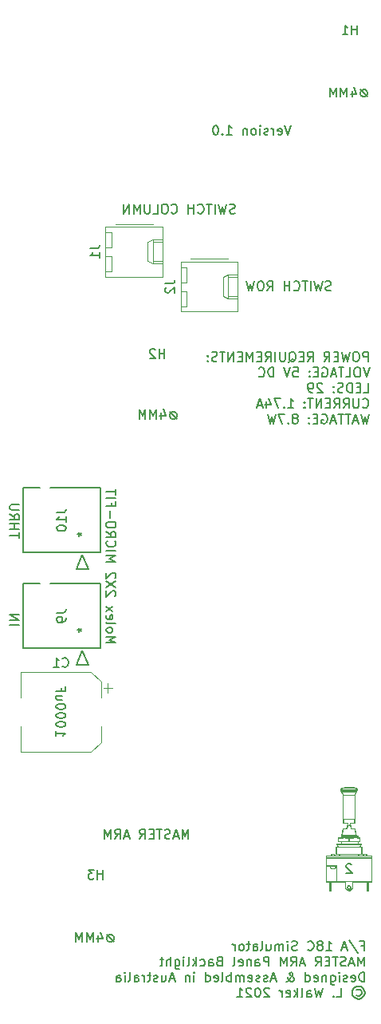
<source format=gbr>
G04 #@! TF.GenerationSoftware,KiCad,Pcbnew,(5.1.6)-1*
G04 #@! TF.CreationDate,2020-11-25T12:38:54+11:00*
G04 #@! TF.ProjectId,MasterModePushbutton,4d617374-6572-44d6-9f64-655075736862,rev?*
G04 #@! TF.SameCoordinates,Original*
G04 #@! TF.FileFunction,Legend,Bot*
G04 #@! TF.FilePolarity,Positive*
%FSLAX46Y46*%
G04 Gerber Fmt 4.6, Leading zero omitted, Abs format (unit mm)*
G04 Created by KiCad (PCBNEW (5.1.6)-1) date 2020-11-25 12:38:54*
%MOMM*%
%LPD*%
G01*
G04 APERTURE LIST*
%ADD10C,0.150000*%
%ADD11C,0.010000*%
%ADD12C,0.100000*%
%ADD13C,0.152400*%
%ADD14C,0.120000*%
G04 APERTURE END LIST*
D10*
X228616756Y-54333060D02*
X228283422Y-55333060D01*
X227950089Y-54333060D01*
X227235803Y-55285441D02*
X227331041Y-55333060D01*
X227521518Y-55333060D01*
X227616756Y-55285441D01*
X227664375Y-55190203D01*
X227664375Y-54809251D01*
X227616756Y-54714013D01*
X227521518Y-54666394D01*
X227331041Y-54666394D01*
X227235803Y-54714013D01*
X227188184Y-54809251D01*
X227188184Y-54904489D01*
X227664375Y-54999727D01*
X226759613Y-55333060D02*
X226759613Y-54666394D01*
X226759613Y-54856870D02*
X226711994Y-54761632D01*
X226664375Y-54714013D01*
X226569137Y-54666394D01*
X226473899Y-54666394D01*
X226188184Y-55285441D02*
X226092946Y-55333060D01*
X225902470Y-55333060D01*
X225807232Y-55285441D01*
X225759613Y-55190203D01*
X225759613Y-55142584D01*
X225807232Y-55047346D01*
X225902470Y-54999727D01*
X226045327Y-54999727D01*
X226140565Y-54952108D01*
X226188184Y-54856870D01*
X226188184Y-54809251D01*
X226140565Y-54714013D01*
X226045327Y-54666394D01*
X225902470Y-54666394D01*
X225807232Y-54714013D01*
X225331041Y-55333060D02*
X225331041Y-54666394D01*
X225331041Y-54333060D02*
X225378660Y-54380680D01*
X225331041Y-54428299D01*
X225283422Y-54380680D01*
X225331041Y-54333060D01*
X225331041Y-54428299D01*
X224711994Y-55333060D02*
X224807232Y-55285441D01*
X224854851Y-55237822D01*
X224902470Y-55142584D01*
X224902470Y-54856870D01*
X224854851Y-54761632D01*
X224807232Y-54714013D01*
X224711994Y-54666394D01*
X224569137Y-54666394D01*
X224473899Y-54714013D01*
X224426280Y-54761632D01*
X224378660Y-54856870D01*
X224378660Y-55142584D01*
X224426280Y-55237822D01*
X224473899Y-55285441D01*
X224569137Y-55333060D01*
X224711994Y-55333060D01*
X223950089Y-54666394D02*
X223950089Y-55333060D01*
X223950089Y-54761632D02*
X223902470Y-54714013D01*
X223807232Y-54666394D01*
X223664375Y-54666394D01*
X223569137Y-54714013D01*
X223521518Y-54809251D01*
X223521518Y-55333060D01*
X221759613Y-55333060D02*
X222331041Y-55333060D01*
X222045327Y-55333060D02*
X222045327Y-54333060D01*
X222140565Y-54475918D01*
X222235803Y-54571156D01*
X222331041Y-54618775D01*
X221331041Y-55237822D02*
X221283422Y-55285441D01*
X221331041Y-55333060D01*
X221378660Y-55285441D01*
X221331041Y-55237822D01*
X221331041Y-55333060D01*
X220664375Y-54333060D02*
X220569137Y-54333060D01*
X220473899Y-54380680D01*
X220426280Y-54428299D01*
X220378660Y-54523537D01*
X220331041Y-54714013D01*
X220331041Y-54952108D01*
X220378660Y-55142584D01*
X220426280Y-55237822D01*
X220473899Y-55285441D01*
X220569137Y-55333060D01*
X220664375Y-55333060D01*
X220759613Y-55285441D01*
X220807232Y-55237822D01*
X220854851Y-55142584D01*
X220902470Y-54952108D01*
X220902470Y-54714013D01*
X220854851Y-54523537D01*
X220807232Y-54428299D01*
X220759613Y-54380680D01*
X220664375Y-54333060D01*
X222684051Y-63642041D02*
X222541194Y-63689660D01*
X222303099Y-63689660D01*
X222207860Y-63642041D01*
X222160241Y-63594422D01*
X222112622Y-63499184D01*
X222112622Y-63403946D01*
X222160241Y-63308708D01*
X222207860Y-63261089D01*
X222303099Y-63213470D01*
X222493575Y-63165851D01*
X222588813Y-63118232D01*
X222636432Y-63070613D01*
X222684051Y-62975375D01*
X222684051Y-62880137D01*
X222636432Y-62784899D01*
X222588813Y-62737280D01*
X222493575Y-62689660D01*
X222255480Y-62689660D01*
X222112622Y-62737280D01*
X221779289Y-62689660D02*
X221541194Y-63689660D01*
X221350718Y-62975375D01*
X221160241Y-63689660D01*
X220922146Y-62689660D01*
X220541194Y-63689660D02*
X220541194Y-62689660D01*
X220207860Y-62689660D02*
X219636432Y-62689660D01*
X219922146Y-63689660D02*
X219922146Y-62689660D01*
X218731670Y-63594422D02*
X218779289Y-63642041D01*
X218922146Y-63689660D01*
X219017384Y-63689660D01*
X219160241Y-63642041D01*
X219255480Y-63546803D01*
X219303099Y-63451565D01*
X219350718Y-63261089D01*
X219350718Y-63118232D01*
X219303099Y-62927756D01*
X219255480Y-62832518D01*
X219160241Y-62737280D01*
X219017384Y-62689660D01*
X218922146Y-62689660D01*
X218779289Y-62737280D01*
X218731670Y-62784899D01*
X218303099Y-63689660D02*
X218303099Y-62689660D01*
X218303099Y-63165851D02*
X217731670Y-63165851D01*
X217731670Y-63689660D02*
X217731670Y-62689660D01*
X215922146Y-63594422D02*
X215969765Y-63642041D01*
X216112622Y-63689660D01*
X216207860Y-63689660D01*
X216350718Y-63642041D01*
X216445956Y-63546803D01*
X216493575Y-63451565D01*
X216541194Y-63261089D01*
X216541194Y-63118232D01*
X216493575Y-62927756D01*
X216445956Y-62832518D01*
X216350718Y-62737280D01*
X216207860Y-62689660D01*
X216112622Y-62689660D01*
X215969765Y-62737280D01*
X215922146Y-62784899D01*
X215303099Y-62689660D02*
X215112622Y-62689660D01*
X215017384Y-62737280D01*
X214922146Y-62832518D01*
X214874527Y-63022994D01*
X214874527Y-63356327D01*
X214922146Y-63546803D01*
X215017384Y-63642041D01*
X215112622Y-63689660D01*
X215303099Y-63689660D01*
X215398337Y-63642041D01*
X215493575Y-63546803D01*
X215541194Y-63356327D01*
X215541194Y-63022994D01*
X215493575Y-62832518D01*
X215398337Y-62737280D01*
X215303099Y-62689660D01*
X213969765Y-63689660D02*
X214445956Y-63689660D01*
X214445956Y-62689660D01*
X213636432Y-62689660D02*
X213636432Y-63499184D01*
X213588813Y-63594422D01*
X213541194Y-63642041D01*
X213445956Y-63689660D01*
X213255480Y-63689660D01*
X213160241Y-63642041D01*
X213112622Y-63594422D01*
X213065003Y-63499184D01*
X213065003Y-62689660D01*
X212588813Y-63689660D02*
X212588813Y-62689660D01*
X212255480Y-63403946D01*
X211922146Y-62689660D01*
X211922146Y-63689660D01*
X211445956Y-63689660D02*
X211445956Y-62689660D01*
X210874527Y-63689660D01*
X210874527Y-62689660D01*
X232864870Y-71820841D02*
X232722013Y-71868460D01*
X232483918Y-71868460D01*
X232388680Y-71820841D01*
X232341060Y-71773222D01*
X232293441Y-71677984D01*
X232293441Y-71582746D01*
X232341060Y-71487508D01*
X232388680Y-71439889D01*
X232483918Y-71392270D01*
X232674394Y-71344651D01*
X232769632Y-71297032D01*
X232817251Y-71249413D01*
X232864870Y-71154175D01*
X232864870Y-71058937D01*
X232817251Y-70963699D01*
X232769632Y-70916080D01*
X232674394Y-70868460D01*
X232436299Y-70868460D01*
X232293441Y-70916080D01*
X231960108Y-70868460D02*
X231722013Y-71868460D01*
X231531537Y-71154175D01*
X231341060Y-71868460D01*
X231102965Y-70868460D01*
X230722013Y-71868460D02*
X230722013Y-70868460D01*
X230388680Y-70868460D02*
X229817251Y-70868460D01*
X230102965Y-71868460D02*
X230102965Y-70868460D01*
X228912489Y-71773222D02*
X228960108Y-71820841D01*
X229102965Y-71868460D01*
X229198203Y-71868460D01*
X229341060Y-71820841D01*
X229436299Y-71725603D01*
X229483918Y-71630365D01*
X229531537Y-71439889D01*
X229531537Y-71297032D01*
X229483918Y-71106556D01*
X229436299Y-71011318D01*
X229341060Y-70916080D01*
X229198203Y-70868460D01*
X229102965Y-70868460D01*
X228960108Y-70916080D01*
X228912489Y-70963699D01*
X228483918Y-71868460D02*
X228483918Y-70868460D01*
X228483918Y-71344651D02*
X227912489Y-71344651D01*
X227912489Y-71868460D02*
X227912489Y-70868460D01*
X226102965Y-71868460D02*
X226436299Y-71392270D01*
X226674394Y-71868460D02*
X226674394Y-70868460D01*
X226293441Y-70868460D01*
X226198203Y-70916080D01*
X226150584Y-70963699D01*
X226102965Y-71058937D01*
X226102965Y-71201794D01*
X226150584Y-71297032D01*
X226198203Y-71344651D01*
X226293441Y-71392270D01*
X226674394Y-71392270D01*
X225483918Y-70868460D02*
X225293441Y-70868460D01*
X225198203Y-70916080D01*
X225102965Y-71011318D01*
X225055346Y-71201794D01*
X225055346Y-71535127D01*
X225102965Y-71725603D01*
X225198203Y-71820841D01*
X225293441Y-71868460D01*
X225483918Y-71868460D01*
X225579156Y-71820841D01*
X225674394Y-71725603D01*
X225722013Y-71535127D01*
X225722013Y-71201794D01*
X225674394Y-71011318D01*
X225579156Y-70916080D01*
X225483918Y-70868460D01*
X224722013Y-70868460D02*
X224483918Y-71868460D01*
X224293441Y-71154175D01*
X224102965Y-71868460D01*
X223864870Y-70868460D01*
X217728060Y-130009060D02*
X217728060Y-129009060D01*
X217394727Y-129723346D01*
X217061394Y-129009060D01*
X217061394Y-130009060D01*
X216632822Y-129723346D02*
X216156632Y-129723346D01*
X216728060Y-130009060D02*
X216394727Y-129009060D01*
X216061394Y-130009060D01*
X215775680Y-129961441D02*
X215632822Y-130009060D01*
X215394727Y-130009060D01*
X215299489Y-129961441D01*
X215251870Y-129913822D01*
X215204251Y-129818584D01*
X215204251Y-129723346D01*
X215251870Y-129628108D01*
X215299489Y-129580489D01*
X215394727Y-129532870D01*
X215585203Y-129485251D01*
X215680441Y-129437632D01*
X215728060Y-129390013D01*
X215775680Y-129294775D01*
X215775680Y-129199537D01*
X215728060Y-129104299D01*
X215680441Y-129056680D01*
X215585203Y-129009060D01*
X215347108Y-129009060D01*
X215204251Y-129056680D01*
X214918537Y-129009060D02*
X214347108Y-129009060D01*
X214632822Y-130009060D02*
X214632822Y-129009060D01*
X214013775Y-129485251D02*
X213680441Y-129485251D01*
X213537584Y-130009060D02*
X214013775Y-130009060D01*
X214013775Y-129009060D01*
X213537584Y-129009060D01*
X212537584Y-130009060D02*
X212870918Y-129532870D01*
X213109013Y-130009060D02*
X213109013Y-129009060D01*
X212728060Y-129009060D01*
X212632822Y-129056680D01*
X212585203Y-129104299D01*
X212537584Y-129199537D01*
X212537584Y-129342394D01*
X212585203Y-129437632D01*
X212632822Y-129485251D01*
X212728060Y-129532870D01*
X213109013Y-129532870D01*
X211394727Y-129723346D02*
X210918537Y-129723346D01*
X211489965Y-130009060D02*
X211156632Y-129009060D01*
X210823299Y-130009060D01*
X209918537Y-130009060D02*
X210251870Y-129532870D01*
X210489965Y-130009060D02*
X210489965Y-129009060D01*
X210109013Y-129009060D01*
X210013775Y-129056680D01*
X209966156Y-129104299D01*
X209918537Y-129199537D01*
X209918537Y-129342394D01*
X209966156Y-129437632D01*
X210013775Y-129485251D01*
X210109013Y-129532870D01*
X210489965Y-129532870D01*
X209489965Y-130009060D02*
X209489965Y-129009060D01*
X209156632Y-129723346D01*
X208823299Y-129009060D01*
X208823299Y-130009060D01*
X236076351Y-141335851D02*
X236409684Y-141335851D01*
X236409684Y-141859660D02*
X236409684Y-140859660D01*
X235933494Y-140859660D01*
X234838256Y-140812041D02*
X235695399Y-142097756D01*
X234552541Y-141573946D02*
X234076351Y-141573946D01*
X234647780Y-141859660D02*
X234314446Y-140859660D01*
X233981113Y-141859660D01*
X232362065Y-141859660D02*
X232933494Y-141859660D01*
X232647780Y-141859660D02*
X232647780Y-140859660D01*
X232743018Y-141002518D01*
X232838256Y-141097756D01*
X232933494Y-141145375D01*
X231790637Y-141288232D02*
X231885875Y-141240613D01*
X231933494Y-141192994D01*
X231981113Y-141097756D01*
X231981113Y-141050137D01*
X231933494Y-140954899D01*
X231885875Y-140907280D01*
X231790637Y-140859660D01*
X231600160Y-140859660D01*
X231504922Y-140907280D01*
X231457303Y-140954899D01*
X231409684Y-141050137D01*
X231409684Y-141097756D01*
X231457303Y-141192994D01*
X231504922Y-141240613D01*
X231600160Y-141288232D01*
X231790637Y-141288232D01*
X231885875Y-141335851D01*
X231933494Y-141383470D01*
X231981113Y-141478708D01*
X231981113Y-141669184D01*
X231933494Y-141764422D01*
X231885875Y-141812041D01*
X231790637Y-141859660D01*
X231600160Y-141859660D01*
X231504922Y-141812041D01*
X231457303Y-141764422D01*
X231409684Y-141669184D01*
X231409684Y-141478708D01*
X231457303Y-141383470D01*
X231504922Y-141335851D01*
X231600160Y-141288232D01*
X230409684Y-141764422D02*
X230457303Y-141812041D01*
X230600160Y-141859660D01*
X230695399Y-141859660D01*
X230838256Y-141812041D01*
X230933494Y-141716803D01*
X230981113Y-141621565D01*
X231028732Y-141431089D01*
X231028732Y-141288232D01*
X230981113Y-141097756D01*
X230933494Y-141002518D01*
X230838256Y-140907280D01*
X230695399Y-140859660D01*
X230600160Y-140859660D01*
X230457303Y-140907280D01*
X230409684Y-140954899D01*
X229266827Y-141812041D02*
X229123970Y-141859660D01*
X228885875Y-141859660D01*
X228790637Y-141812041D01*
X228743018Y-141764422D01*
X228695399Y-141669184D01*
X228695399Y-141573946D01*
X228743018Y-141478708D01*
X228790637Y-141431089D01*
X228885875Y-141383470D01*
X229076351Y-141335851D01*
X229171589Y-141288232D01*
X229219208Y-141240613D01*
X229266827Y-141145375D01*
X229266827Y-141050137D01*
X229219208Y-140954899D01*
X229171589Y-140907280D01*
X229076351Y-140859660D01*
X228838256Y-140859660D01*
X228695399Y-140907280D01*
X228266827Y-141859660D02*
X228266827Y-141192994D01*
X228266827Y-140859660D02*
X228314446Y-140907280D01*
X228266827Y-140954899D01*
X228219208Y-140907280D01*
X228266827Y-140859660D01*
X228266827Y-140954899D01*
X227790637Y-141859660D02*
X227790637Y-141192994D01*
X227790637Y-141288232D02*
X227743018Y-141240613D01*
X227647780Y-141192994D01*
X227504922Y-141192994D01*
X227409684Y-141240613D01*
X227362065Y-141335851D01*
X227362065Y-141859660D01*
X227362065Y-141335851D02*
X227314446Y-141240613D01*
X227219208Y-141192994D01*
X227076351Y-141192994D01*
X226981113Y-141240613D01*
X226933494Y-141335851D01*
X226933494Y-141859660D01*
X226028732Y-141192994D02*
X226028732Y-141859660D01*
X226457303Y-141192994D02*
X226457303Y-141716803D01*
X226409684Y-141812041D01*
X226314446Y-141859660D01*
X226171589Y-141859660D01*
X226076351Y-141812041D01*
X226028732Y-141764422D01*
X225409684Y-141859660D02*
X225504922Y-141812041D01*
X225552541Y-141716803D01*
X225552541Y-140859660D01*
X224600160Y-141859660D02*
X224600160Y-141335851D01*
X224647780Y-141240613D01*
X224743018Y-141192994D01*
X224933494Y-141192994D01*
X225028732Y-141240613D01*
X224600160Y-141812041D02*
X224695399Y-141859660D01*
X224933494Y-141859660D01*
X225028732Y-141812041D01*
X225076351Y-141716803D01*
X225076351Y-141621565D01*
X225028732Y-141526327D01*
X224933494Y-141478708D01*
X224695399Y-141478708D01*
X224600160Y-141431089D01*
X224266827Y-141192994D02*
X223885875Y-141192994D01*
X224123970Y-140859660D02*
X224123970Y-141716803D01*
X224076351Y-141812041D01*
X223981113Y-141859660D01*
X223885875Y-141859660D01*
X223409684Y-141859660D02*
X223504922Y-141812041D01*
X223552541Y-141764422D01*
X223600160Y-141669184D01*
X223600160Y-141383470D01*
X223552541Y-141288232D01*
X223504922Y-141240613D01*
X223409684Y-141192994D01*
X223266827Y-141192994D01*
X223171589Y-141240613D01*
X223123970Y-141288232D01*
X223076351Y-141383470D01*
X223076351Y-141669184D01*
X223123970Y-141764422D01*
X223171589Y-141812041D01*
X223266827Y-141859660D01*
X223409684Y-141859660D01*
X222647780Y-141859660D02*
X222647780Y-141192994D01*
X222647780Y-141383470D02*
X222600160Y-141288232D01*
X222552541Y-141240613D01*
X222457303Y-141192994D01*
X222362065Y-141192994D01*
X236409684Y-143509660D02*
X236409684Y-142509660D01*
X236076351Y-143223946D01*
X235743018Y-142509660D01*
X235743018Y-143509660D01*
X235314446Y-143223946D02*
X234838256Y-143223946D01*
X235409684Y-143509660D02*
X235076351Y-142509660D01*
X234743018Y-143509660D01*
X234457303Y-143462041D02*
X234314446Y-143509660D01*
X234076351Y-143509660D01*
X233981113Y-143462041D01*
X233933494Y-143414422D01*
X233885875Y-143319184D01*
X233885875Y-143223946D01*
X233933494Y-143128708D01*
X233981113Y-143081089D01*
X234076351Y-143033470D01*
X234266827Y-142985851D01*
X234362065Y-142938232D01*
X234409684Y-142890613D01*
X234457303Y-142795375D01*
X234457303Y-142700137D01*
X234409684Y-142604899D01*
X234362065Y-142557280D01*
X234266827Y-142509660D01*
X234028732Y-142509660D01*
X233885875Y-142557280D01*
X233600160Y-142509660D02*
X233028732Y-142509660D01*
X233314446Y-143509660D02*
X233314446Y-142509660D01*
X232695399Y-142985851D02*
X232362065Y-142985851D01*
X232219208Y-143509660D02*
X232695399Y-143509660D01*
X232695399Y-142509660D01*
X232219208Y-142509660D01*
X231219208Y-143509660D02*
X231552541Y-143033470D01*
X231790637Y-143509660D02*
X231790637Y-142509660D01*
X231409684Y-142509660D01*
X231314446Y-142557280D01*
X231266827Y-142604899D01*
X231219208Y-142700137D01*
X231219208Y-142842994D01*
X231266827Y-142938232D01*
X231314446Y-142985851D01*
X231409684Y-143033470D01*
X231790637Y-143033470D01*
X230076351Y-143223946D02*
X229600160Y-143223946D01*
X230171589Y-143509660D02*
X229838256Y-142509660D01*
X229504922Y-143509660D01*
X228600160Y-143509660D02*
X228933494Y-143033470D01*
X229171589Y-143509660D02*
X229171589Y-142509660D01*
X228790637Y-142509660D01*
X228695399Y-142557280D01*
X228647780Y-142604899D01*
X228600160Y-142700137D01*
X228600160Y-142842994D01*
X228647780Y-142938232D01*
X228695399Y-142985851D01*
X228790637Y-143033470D01*
X229171589Y-143033470D01*
X228171589Y-143509660D02*
X228171589Y-142509660D01*
X227838256Y-143223946D01*
X227504922Y-142509660D01*
X227504922Y-143509660D01*
X226266827Y-143509660D02*
X226266827Y-142509660D01*
X225885875Y-142509660D01*
X225790637Y-142557280D01*
X225743018Y-142604899D01*
X225695399Y-142700137D01*
X225695399Y-142842994D01*
X225743018Y-142938232D01*
X225790637Y-142985851D01*
X225885875Y-143033470D01*
X226266827Y-143033470D01*
X224838256Y-143509660D02*
X224838256Y-142985851D01*
X224885875Y-142890613D01*
X224981113Y-142842994D01*
X225171589Y-142842994D01*
X225266827Y-142890613D01*
X224838256Y-143462041D02*
X224933494Y-143509660D01*
X225171589Y-143509660D01*
X225266827Y-143462041D01*
X225314446Y-143366803D01*
X225314446Y-143271565D01*
X225266827Y-143176327D01*
X225171589Y-143128708D01*
X224933494Y-143128708D01*
X224838256Y-143081089D01*
X224362065Y-142842994D02*
X224362065Y-143509660D01*
X224362065Y-142938232D02*
X224314446Y-142890613D01*
X224219208Y-142842994D01*
X224076351Y-142842994D01*
X223981113Y-142890613D01*
X223933494Y-142985851D01*
X223933494Y-143509660D01*
X223076351Y-143462041D02*
X223171589Y-143509660D01*
X223362065Y-143509660D01*
X223457303Y-143462041D01*
X223504922Y-143366803D01*
X223504922Y-142985851D01*
X223457303Y-142890613D01*
X223362065Y-142842994D01*
X223171589Y-142842994D01*
X223076351Y-142890613D01*
X223028732Y-142985851D01*
X223028732Y-143081089D01*
X223504922Y-143176327D01*
X222457303Y-143509660D02*
X222552541Y-143462041D01*
X222600160Y-143366803D01*
X222600160Y-142509660D01*
X220981113Y-142985851D02*
X220838256Y-143033470D01*
X220790637Y-143081089D01*
X220743018Y-143176327D01*
X220743018Y-143319184D01*
X220790637Y-143414422D01*
X220838256Y-143462041D01*
X220933494Y-143509660D01*
X221314446Y-143509660D01*
X221314446Y-142509660D01*
X220981113Y-142509660D01*
X220885875Y-142557280D01*
X220838256Y-142604899D01*
X220790637Y-142700137D01*
X220790637Y-142795375D01*
X220838256Y-142890613D01*
X220885875Y-142938232D01*
X220981113Y-142985851D01*
X221314446Y-142985851D01*
X219885875Y-143509660D02*
X219885875Y-142985851D01*
X219933494Y-142890613D01*
X220028732Y-142842994D01*
X220219208Y-142842994D01*
X220314446Y-142890613D01*
X219885875Y-143462041D02*
X219981113Y-143509660D01*
X220219208Y-143509660D01*
X220314446Y-143462041D01*
X220362065Y-143366803D01*
X220362065Y-143271565D01*
X220314446Y-143176327D01*
X220219208Y-143128708D01*
X219981113Y-143128708D01*
X219885875Y-143081089D01*
X218981113Y-143462041D02*
X219076351Y-143509660D01*
X219266827Y-143509660D01*
X219362065Y-143462041D01*
X219409684Y-143414422D01*
X219457303Y-143319184D01*
X219457303Y-143033470D01*
X219409684Y-142938232D01*
X219362065Y-142890613D01*
X219266827Y-142842994D01*
X219076351Y-142842994D01*
X218981113Y-142890613D01*
X218552541Y-143509660D02*
X218552541Y-142509660D01*
X218457303Y-143128708D02*
X218171589Y-143509660D01*
X218171589Y-142842994D02*
X218552541Y-143223946D01*
X217600160Y-143509660D02*
X217695399Y-143462041D01*
X217743018Y-143366803D01*
X217743018Y-142509660D01*
X217219208Y-143509660D02*
X217219208Y-142842994D01*
X217219208Y-142509660D02*
X217266827Y-142557280D01*
X217219208Y-142604899D01*
X217171589Y-142557280D01*
X217219208Y-142509660D01*
X217219208Y-142604899D01*
X216314446Y-142842994D02*
X216314446Y-143652518D01*
X216362065Y-143747756D01*
X216409684Y-143795375D01*
X216504922Y-143842994D01*
X216647780Y-143842994D01*
X216743018Y-143795375D01*
X216314446Y-143462041D02*
X216409684Y-143509660D01*
X216600160Y-143509660D01*
X216695399Y-143462041D01*
X216743018Y-143414422D01*
X216790637Y-143319184D01*
X216790637Y-143033470D01*
X216743018Y-142938232D01*
X216695399Y-142890613D01*
X216600160Y-142842994D01*
X216409684Y-142842994D01*
X216314446Y-142890613D01*
X215838256Y-143509660D02*
X215838256Y-142509660D01*
X215409684Y-143509660D02*
X215409684Y-142985851D01*
X215457303Y-142890613D01*
X215552541Y-142842994D01*
X215695399Y-142842994D01*
X215790637Y-142890613D01*
X215838256Y-142938232D01*
X215076351Y-142842994D02*
X214695399Y-142842994D01*
X214933494Y-142509660D02*
X214933494Y-143366803D01*
X214885875Y-143462041D01*
X214790637Y-143509660D01*
X214695399Y-143509660D01*
X236409684Y-145159660D02*
X236409684Y-144159660D01*
X236171589Y-144159660D01*
X236028732Y-144207280D01*
X235933494Y-144302518D01*
X235885875Y-144397756D01*
X235838256Y-144588232D01*
X235838256Y-144731089D01*
X235885875Y-144921565D01*
X235933494Y-145016803D01*
X236028732Y-145112041D01*
X236171589Y-145159660D01*
X236409684Y-145159660D01*
X235028732Y-145112041D02*
X235123970Y-145159660D01*
X235314446Y-145159660D01*
X235409684Y-145112041D01*
X235457303Y-145016803D01*
X235457303Y-144635851D01*
X235409684Y-144540613D01*
X235314446Y-144492994D01*
X235123970Y-144492994D01*
X235028732Y-144540613D01*
X234981113Y-144635851D01*
X234981113Y-144731089D01*
X235457303Y-144826327D01*
X234600160Y-145112041D02*
X234504922Y-145159660D01*
X234314446Y-145159660D01*
X234219208Y-145112041D01*
X234171589Y-145016803D01*
X234171589Y-144969184D01*
X234219208Y-144873946D01*
X234314446Y-144826327D01*
X234457303Y-144826327D01*
X234552541Y-144778708D01*
X234600160Y-144683470D01*
X234600160Y-144635851D01*
X234552541Y-144540613D01*
X234457303Y-144492994D01*
X234314446Y-144492994D01*
X234219208Y-144540613D01*
X233743018Y-145159660D02*
X233743018Y-144492994D01*
X233743018Y-144159660D02*
X233790637Y-144207280D01*
X233743018Y-144254899D01*
X233695399Y-144207280D01*
X233743018Y-144159660D01*
X233743018Y-144254899D01*
X232838256Y-144492994D02*
X232838256Y-145302518D01*
X232885875Y-145397756D01*
X232933494Y-145445375D01*
X233028732Y-145492994D01*
X233171589Y-145492994D01*
X233266827Y-145445375D01*
X232838256Y-145112041D02*
X232933494Y-145159660D01*
X233123970Y-145159660D01*
X233219208Y-145112041D01*
X233266827Y-145064422D01*
X233314446Y-144969184D01*
X233314446Y-144683470D01*
X233266827Y-144588232D01*
X233219208Y-144540613D01*
X233123970Y-144492994D01*
X232933494Y-144492994D01*
X232838256Y-144540613D01*
X232362065Y-144492994D02*
X232362065Y-145159660D01*
X232362065Y-144588232D02*
X232314446Y-144540613D01*
X232219208Y-144492994D01*
X232076351Y-144492994D01*
X231981113Y-144540613D01*
X231933494Y-144635851D01*
X231933494Y-145159660D01*
X231076351Y-145112041D02*
X231171589Y-145159660D01*
X231362065Y-145159660D01*
X231457303Y-145112041D01*
X231504922Y-145016803D01*
X231504922Y-144635851D01*
X231457303Y-144540613D01*
X231362065Y-144492994D01*
X231171589Y-144492994D01*
X231076351Y-144540613D01*
X231028732Y-144635851D01*
X231028732Y-144731089D01*
X231504922Y-144826327D01*
X230171589Y-145159660D02*
X230171589Y-144159660D01*
X230171589Y-145112041D02*
X230266827Y-145159660D01*
X230457303Y-145159660D01*
X230552541Y-145112041D01*
X230600160Y-145064422D01*
X230647780Y-144969184D01*
X230647780Y-144683470D01*
X230600160Y-144588232D01*
X230552541Y-144540613D01*
X230457303Y-144492994D01*
X230266827Y-144492994D01*
X230171589Y-144540613D01*
X228123970Y-145159660D02*
X228171589Y-145159660D01*
X228266827Y-145112041D01*
X228409684Y-144969184D01*
X228647780Y-144683470D01*
X228743018Y-144540613D01*
X228790637Y-144397756D01*
X228790637Y-144302518D01*
X228743018Y-144207280D01*
X228647780Y-144159660D01*
X228600160Y-144159660D01*
X228504922Y-144207280D01*
X228457303Y-144302518D01*
X228457303Y-144350137D01*
X228504922Y-144445375D01*
X228552541Y-144492994D01*
X228838256Y-144683470D01*
X228885875Y-144731089D01*
X228933494Y-144826327D01*
X228933494Y-144969184D01*
X228885875Y-145064422D01*
X228838256Y-145112041D01*
X228743018Y-145159660D01*
X228600160Y-145159660D01*
X228504922Y-145112041D01*
X228457303Y-145064422D01*
X228314446Y-144873946D01*
X228266827Y-144731089D01*
X228266827Y-144635851D01*
X226981113Y-144873946D02*
X226504922Y-144873946D01*
X227076351Y-145159660D02*
X226743018Y-144159660D01*
X226409684Y-145159660D01*
X226123970Y-145112041D02*
X226028732Y-145159660D01*
X225838256Y-145159660D01*
X225743018Y-145112041D01*
X225695399Y-145016803D01*
X225695399Y-144969184D01*
X225743018Y-144873946D01*
X225838256Y-144826327D01*
X225981113Y-144826327D01*
X226076351Y-144778708D01*
X226123970Y-144683470D01*
X226123970Y-144635851D01*
X226076351Y-144540613D01*
X225981113Y-144492994D01*
X225838256Y-144492994D01*
X225743018Y-144540613D01*
X225314446Y-145112041D02*
X225219208Y-145159660D01*
X225028732Y-145159660D01*
X224933494Y-145112041D01*
X224885875Y-145016803D01*
X224885875Y-144969184D01*
X224933494Y-144873946D01*
X225028732Y-144826327D01*
X225171589Y-144826327D01*
X225266827Y-144778708D01*
X225314446Y-144683470D01*
X225314446Y-144635851D01*
X225266827Y-144540613D01*
X225171589Y-144492994D01*
X225028732Y-144492994D01*
X224933494Y-144540613D01*
X224076351Y-145112041D02*
X224171589Y-145159660D01*
X224362065Y-145159660D01*
X224457303Y-145112041D01*
X224504922Y-145016803D01*
X224504922Y-144635851D01*
X224457303Y-144540613D01*
X224362065Y-144492994D01*
X224171589Y-144492994D01*
X224076351Y-144540613D01*
X224028732Y-144635851D01*
X224028732Y-144731089D01*
X224504922Y-144826327D01*
X223600160Y-145159660D02*
X223600160Y-144492994D01*
X223600160Y-144588232D02*
X223552541Y-144540613D01*
X223457303Y-144492994D01*
X223314446Y-144492994D01*
X223219208Y-144540613D01*
X223171589Y-144635851D01*
X223171589Y-145159660D01*
X223171589Y-144635851D02*
X223123970Y-144540613D01*
X223028732Y-144492994D01*
X222885875Y-144492994D01*
X222790637Y-144540613D01*
X222743018Y-144635851D01*
X222743018Y-145159660D01*
X222266827Y-145159660D02*
X222266827Y-144159660D01*
X222266827Y-144540613D02*
X222171589Y-144492994D01*
X221981113Y-144492994D01*
X221885875Y-144540613D01*
X221838256Y-144588232D01*
X221790637Y-144683470D01*
X221790637Y-144969184D01*
X221838256Y-145064422D01*
X221885875Y-145112041D01*
X221981113Y-145159660D01*
X222171589Y-145159660D01*
X222266827Y-145112041D01*
X221219208Y-145159660D02*
X221314446Y-145112041D01*
X221362065Y-145016803D01*
X221362065Y-144159660D01*
X220457303Y-145112041D02*
X220552541Y-145159660D01*
X220743018Y-145159660D01*
X220838256Y-145112041D01*
X220885875Y-145016803D01*
X220885875Y-144635851D01*
X220838256Y-144540613D01*
X220743018Y-144492994D01*
X220552541Y-144492994D01*
X220457303Y-144540613D01*
X220409684Y-144635851D01*
X220409684Y-144731089D01*
X220885875Y-144826327D01*
X219552541Y-145159660D02*
X219552541Y-144159660D01*
X219552541Y-145112041D02*
X219647780Y-145159660D01*
X219838256Y-145159660D01*
X219933494Y-145112041D01*
X219981113Y-145064422D01*
X220028732Y-144969184D01*
X220028732Y-144683470D01*
X219981113Y-144588232D01*
X219933494Y-144540613D01*
X219838256Y-144492994D01*
X219647780Y-144492994D01*
X219552541Y-144540613D01*
X218314446Y-145159660D02*
X218314446Y-144492994D01*
X218314446Y-144159660D02*
X218362065Y-144207280D01*
X218314446Y-144254899D01*
X218266827Y-144207280D01*
X218314446Y-144159660D01*
X218314446Y-144254899D01*
X217838256Y-144492994D02*
X217838256Y-145159660D01*
X217838256Y-144588232D02*
X217790637Y-144540613D01*
X217695399Y-144492994D01*
X217552541Y-144492994D01*
X217457303Y-144540613D01*
X217409684Y-144635851D01*
X217409684Y-145159660D01*
X216219208Y-144873946D02*
X215743018Y-144873946D01*
X216314446Y-145159660D02*
X215981113Y-144159660D01*
X215647780Y-145159660D01*
X214885875Y-144492994D02*
X214885875Y-145159660D01*
X215314446Y-144492994D02*
X215314446Y-145016803D01*
X215266827Y-145112041D01*
X215171589Y-145159660D01*
X215028732Y-145159660D01*
X214933494Y-145112041D01*
X214885875Y-145064422D01*
X214457303Y-145112041D02*
X214362065Y-145159660D01*
X214171589Y-145159660D01*
X214076351Y-145112041D01*
X214028732Y-145016803D01*
X214028732Y-144969184D01*
X214076351Y-144873946D01*
X214171589Y-144826327D01*
X214314446Y-144826327D01*
X214409684Y-144778708D01*
X214457303Y-144683470D01*
X214457303Y-144635851D01*
X214409684Y-144540613D01*
X214314446Y-144492994D01*
X214171589Y-144492994D01*
X214076351Y-144540613D01*
X213743018Y-144492994D02*
X213362065Y-144492994D01*
X213600160Y-144159660D02*
X213600160Y-145016803D01*
X213552541Y-145112041D01*
X213457303Y-145159660D01*
X213362065Y-145159660D01*
X213028732Y-145159660D02*
X213028732Y-144492994D01*
X213028732Y-144683470D02*
X212981113Y-144588232D01*
X212933494Y-144540613D01*
X212838256Y-144492994D01*
X212743018Y-144492994D01*
X211981113Y-145159660D02*
X211981113Y-144635851D01*
X212028732Y-144540613D01*
X212123970Y-144492994D01*
X212314446Y-144492994D01*
X212409684Y-144540613D01*
X211981113Y-145112041D02*
X212076351Y-145159660D01*
X212314446Y-145159660D01*
X212409684Y-145112041D01*
X212457303Y-145016803D01*
X212457303Y-144921565D01*
X212409684Y-144826327D01*
X212314446Y-144778708D01*
X212076351Y-144778708D01*
X211981113Y-144731089D01*
X211362065Y-145159660D02*
X211457303Y-145112041D01*
X211504922Y-145016803D01*
X211504922Y-144159660D01*
X210981113Y-145159660D02*
X210981113Y-144492994D01*
X210981113Y-144159660D02*
X211028732Y-144207280D01*
X210981113Y-144254899D01*
X210933494Y-144207280D01*
X210981113Y-144159660D01*
X210981113Y-144254899D01*
X210076351Y-145159660D02*
X210076351Y-144635851D01*
X210123970Y-144540613D01*
X210219208Y-144492994D01*
X210409684Y-144492994D01*
X210504922Y-144540613D01*
X210076351Y-145112041D02*
X210171589Y-145159660D01*
X210409684Y-145159660D01*
X210504922Y-145112041D01*
X210552541Y-145016803D01*
X210552541Y-144921565D01*
X210504922Y-144826327D01*
X210409684Y-144778708D01*
X210171589Y-144778708D01*
X210076351Y-144731089D01*
X235600160Y-146047756D02*
X235695399Y-146000137D01*
X235885875Y-146000137D01*
X235981113Y-146047756D01*
X236076351Y-146142994D01*
X236123970Y-146238232D01*
X236123970Y-146428708D01*
X236076351Y-146523946D01*
X235981113Y-146619184D01*
X235885875Y-146666803D01*
X235695399Y-146666803D01*
X235600160Y-146619184D01*
X235790637Y-145666803D02*
X236028732Y-145714422D01*
X236266827Y-145857280D01*
X236409684Y-146095375D01*
X236457303Y-146333470D01*
X236409684Y-146571565D01*
X236266827Y-146809660D01*
X236028732Y-146952518D01*
X235790637Y-147000137D01*
X235552541Y-146952518D01*
X235314446Y-146809660D01*
X235171589Y-146571565D01*
X235123970Y-146333470D01*
X235171589Y-146095375D01*
X235314446Y-145857280D01*
X235552541Y-145714422D01*
X235790637Y-145666803D01*
X233457303Y-146809660D02*
X233933494Y-146809660D01*
X233933494Y-145809660D01*
X233123970Y-146714422D02*
X233076351Y-146762041D01*
X233123970Y-146809660D01*
X233171589Y-146762041D01*
X233123970Y-146714422D01*
X233123970Y-146809660D01*
X231981113Y-145809660D02*
X231743018Y-146809660D01*
X231552541Y-146095375D01*
X231362065Y-146809660D01*
X231123970Y-145809660D01*
X230314446Y-146809660D02*
X230314446Y-146285851D01*
X230362065Y-146190613D01*
X230457303Y-146142994D01*
X230647780Y-146142994D01*
X230743018Y-146190613D01*
X230314446Y-146762041D02*
X230409684Y-146809660D01*
X230647780Y-146809660D01*
X230743018Y-146762041D01*
X230790637Y-146666803D01*
X230790637Y-146571565D01*
X230743018Y-146476327D01*
X230647780Y-146428708D01*
X230409684Y-146428708D01*
X230314446Y-146381089D01*
X229695399Y-146809660D02*
X229790637Y-146762041D01*
X229838256Y-146666803D01*
X229838256Y-145809660D01*
X229314446Y-146809660D02*
X229314446Y-145809660D01*
X229219208Y-146428708D02*
X228933494Y-146809660D01*
X228933494Y-146142994D02*
X229314446Y-146523946D01*
X228123970Y-146762041D02*
X228219208Y-146809660D01*
X228409684Y-146809660D01*
X228504922Y-146762041D01*
X228552541Y-146666803D01*
X228552541Y-146285851D01*
X228504922Y-146190613D01*
X228409684Y-146142994D01*
X228219208Y-146142994D01*
X228123970Y-146190613D01*
X228076351Y-146285851D01*
X228076351Y-146381089D01*
X228552541Y-146476327D01*
X227647780Y-146809660D02*
X227647780Y-146142994D01*
X227647780Y-146333470D02*
X227600160Y-146238232D01*
X227552541Y-146190613D01*
X227457303Y-146142994D01*
X227362065Y-146142994D01*
X226314446Y-145904899D02*
X226266827Y-145857280D01*
X226171589Y-145809660D01*
X225933494Y-145809660D01*
X225838256Y-145857280D01*
X225790637Y-145904899D01*
X225743018Y-146000137D01*
X225743018Y-146095375D01*
X225790637Y-146238232D01*
X226362065Y-146809660D01*
X225743018Y-146809660D01*
X225123970Y-145809660D02*
X225028732Y-145809660D01*
X224933494Y-145857280D01*
X224885875Y-145904899D01*
X224838256Y-146000137D01*
X224790637Y-146190613D01*
X224790637Y-146428708D01*
X224838256Y-146619184D01*
X224885875Y-146714422D01*
X224933494Y-146762041D01*
X225028732Y-146809660D01*
X225123970Y-146809660D01*
X225219208Y-146762041D01*
X225266827Y-146714422D01*
X225314446Y-146619184D01*
X225362065Y-146428708D01*
X225362065Y-146190613D01*
X225314446Y-146000137D01*
X225266827Y-145904899D01*
X225219208Y-145857280D01*
X225123970Y-145809660D01*
X224409684Y-145904899D02*
X224362065Y-145857280D01*
X224266827Y-145809660D01*
X224028732Y-145809660D01*
X223933494Y-145857280D01*
X223885875Y-145904899D01*
X223838256Y-146000137D01*
X223838256Y-146095375D01*
X223885875Y-146238232D01*
X224457303Y-146809660D01*
X223838256Y-146809660D01*
X222885875Y-146809660D02*
X223457303Y-146809660D01*
X223171589Y-146809660D02*
X223171589Y-145809660D01*
X223266827Y-145952518D01*
X223362065Y-146047756D01*
X223457303Y-146095375D01*
X236816084Y-79363460D02*
X236816084Y-78363460D01*
X236435132Y-78363460D01*
X236339894Y-78411080D01*
X236292275Y-78458699D01*
X236244656Y-78553937D01*
X236244656Y-78696794D01*
X236292275Y-78792032D01*
X236339894Y-78839651D01*
X236435132Y-78887270D01*
X236816084Y-78887270D01*
X235625608Y-78363460D02*
X235435132Y-78363460D01*
X235339894Y-78411080D01*
X235244656Y-78506318D01*
X235197037Y-78696794D01*
X235197037Y-79030127D01*
X235244656Y-79220603D01*
X235339894Y-79315841D01*
X235435132Y-79363460D01*
X235625608Y-79363460D01*
X235720846Y-79315841D01*
X235816084Y-79220603D01*
X235863703Y-79030127D01*
X235863703Y-78696794D01*
X235816084Y-78506318D01*
X235720846Y-78411080D01*
X235625608Y-78363460D01*
X234863703Y-78363460D02*
X234625608Y-79363460D01*
X234435132Y-78649175D01*
X234244656Y-79363460D01*
X234006560Y-78363460D01*
X233625608Y-78839651D02*
X233292275Y-78839651D01*
X233149418Y-79363460D02*
X233625608Y-79363460D01*
X233625608Y-78363460D01*
X233149418Y-78363460D01*
X232149418Y-79363460D02*
X232482751Y-78887270D01*
X232720846Y-79363460D02*
X232720846Y-78363460D01*
X232339894Y-78363460D01*
X232244656Y-78411080D01*
X232197037Y-78458699D01*
X232149418Y-78553937D01*
X232149418Y-78696794D01*
X232197037Y-78792032D01*
X232244656Y-78839651D01*
X232339894Y-78887270D01*
X232720846Y-78887270D01*
X230387513Y-79363460D02*
X230720846Y-78887270D01*
X230958941Y-79363460D02*
X230958941Y-78363460D01*
X230577989Y-78363460D01*
X230482751Y-78411080D01*
X230435132Y-78458699D01*
X230387513Y-78553937D01*
X230387513Y-78696794D01*
X230435132Y-78792032D01*
X230482751Y-78839651D01*
X230577989Y-78887270D01*
X230958941Y-78887270D01*
X229958941Y-78839651D02*
X229625608Y-78839651D01*
X229482751Y-79363460D02*
X229958941Y-79363460D01*
X229958941Y-78363460D01*
X229482751Y-78363460D01*
X228387513Y-79458699D02*
X228482751Y-79411080D01*
X228577989Y-79315841D01*
X228720846Y-79172984D01*
X228816084Y-79125365D01*
X228911322Y-79125365D01*
X228863703Y-79363460D02*
X228958941Y-79315841D01*
X229054180Y-79220603D01*
X229101799Y-79030127D01*
X229101799Y-78696794D01*
X229054180Y-78506318D01*
X228958941Y-78411080D01*
X228863703Y-78363460D01*
X228673227Y-78363460D01*
X228577989Y-78411080D01*
X228482751Y-78506318D01*
X228435132Y-78696794D01*
X228435132Y-79030127D01*
X228482751Y-79220603D01*
X228577989Y-79315841D01*
X228673227Y-79363460D01*
X228863703Y-79363460D01*
X228006560Y-78363460D02*
X228006560Y-79172984D01*
X227958941Y-79268222D01*
X227911322Y-79315841D01*
X227816084Y-79363460D01*
X227625608Y-79363460D01*
X227530370Y-79315841D01*
X227482751Y-79268222D01*
X227435132Y-79172984D01*
X227435132Y-78363460D01*
X226958941Y-79363460D02*
X226958941Y-78363460D01*
X225911322Y-79363460D02*
X226244656Y-78887270D01*
X226482751Y-79363460D02*
X226482751Y-78363460D01*
X226101799Y-78363460D01*
X226006560Y-78411080D01*
X225958941Y-78458699D01*
X225911322Y-78553937D01*
X225911322Y-78696794D01*
X225958941Y-78792032D01*
X226006560Y-78839651D01*
X226101799Y-78887270D01*
X226482751Y-78887270D01*
X225482751Y-78839651D02*
X225149418Y-78839651D01*
X225006560Y-79363460D02*
X225482751Y-79363460D01*
X225482751Y-78363460D01*
X225006560Y-78363460D01*
X224577989Y-79363460D02*
X224577989Y-78363460D01*
X224244656Y-79077746D01*
X223911322Y-78363460D01*
X223911322Y-79363460D01*
X223435132Y-78839651D02*
X223101799Y-78839651D01*
X222958941Y-79363460D02*
X223435132Y-79363460D01*
X223435132Y-78363460D01*
X222958941Y-78363460D01*
X222530370Y-79363460D02*
X222530370Y-78363460D01*
X221958941Y-79363460D01*
X221958941Y-78363460D01*
X221625608Y-78363460D02*
X221054180Y-78363460D01*
X221339894Y-79363460D02*
X221339894Y-78363460D01*
X220768465Y-79315841D02*
X220625608Y-79363460D01*
X220387513Y-79363460D01*
X220292275Y-79315841D01*
X220244656Y-79268222D01*
X220197037Y-79172984D01*
X220197037Y-79077746D01*
X220244656Y-78982508D01*
X220292275Y-78934889D01*
X220387513Y-78887270D01*
X220577989Y-78839651D01*
X220673227Y-78792032D01*
X220720846Y-78744413D01*
X220768465Y-78649175D01*
X220768465Y-78553937D01*
X220720846Y-78458699D01*
X220673227Y-78411080D01*
X220577989Y-78363460D01*
X220339894Y-78363460D01*
X220197037Y-78411080D01*
X219768465Y-79268222D02*
X219720846Y-79315841D01*
X219768465Y-79363460D01*
X219816084Y-79315841D01*
X219768465Y-79268222D01*
X219768465Y-79363460D01*
X219768465Y-78744413D02*
X219720846Y-78792032D01*
X219768465Y-78839651D01*
X219816084Y-78792032D01*
X219768465Y-78744413D01*
X219768465Y-78839651D01*
X236958941Y-80013460D02*
X236625608Y-81013460D01*
X236292275Y-80013460D01*
X235768465Y-80013460D02*
X235577989Y-80013460D01*
X235482751Y-80061080D01*
X235387513Y-80156318D01*
X235339894Y-80346794D01*
X235339894Y-80680127D01*
X235387513Y-80870603D01*
X235482751Y-80965841D01*
X235577989Y-81013460D01*
X235768465Y-81013460D01*
X235863703Y-80965841D01*
X235958941Y-80870603D01*
X236006560Y-80680127D01*
X236006560Y-80346794D01*
X235958941Y-80156318D01*
X235863703Y-80061080D01*
X235768465Y-80013460D01*
X234435132Y-81013460D02*
X234911322Y-81013460D01*
X234911322Y-80013460D01*
X234244656Y-80013460D02*
X233673227Y-80013460D01*
X233958941Y-81013460D02*
X233958941Y-80013460D01*
X233387513Y-80727746D02*
X232911322Y-80727746D01*
X233482751Y-81013460D02*
X233149418Y-80013460D01*
X232816084Y-81013460D01*
X231958941Y-80061080D02*
X232054180Y-80013460D01*
X232197037Y-80013460D01*
X232339894Y-80061080D01*
X232435132Y-80156318D01*
X232482751Y-80251556D01*
X232530370Y-80442032D01*
X232530370Y-80584889D01*
X232482751Y-80775365D01*
X232435132Y-80870603D01*
X232339894Y-80965841D01*
X232197037Y-81013460D01*
X232101799Y-81013460D01*
X231958941Y-80965841D01*
X231911322Y-80918222D01*
X231911322Y-80584889D01*
X232101799Y-80584889D01*
X231482751Y-80489651D02*
X231149418Y-80489651D01*
X231006560Y-81013460D02*
X231482751Y-81013460D01*
X231482751Y-80013460D01*
X231006560Y-80013460D01*
X230577989Y-80918222D02*
X230530370Y-80965841D01*
X230577989Y-81013460D01*
X230625608Y-80965841D01*
X230577989Y-80918222D01*
X230577989Y-81013460D01*
X230577989Y-80394413D02*
X230530370Y-80442032D01*
X230577989Y-80489651D01*
X230625608Y-80442032D01*
X230577989Y-80394413D01*
X230577989Y-80489651D01*
X228863703Y-80013460D02*
X229339894Y-80013460D01*
X229387513Y-80489651D01*
X229339894Y-80442032D01*
X229244656Y-80394413D01*
X229006560Y-80394413D01*
X228911322Y-80442032D01*
X228863703Y-80489651D01*
X228816084Y-80584889D01*
X228816084Y-80822984D01*
X228863703Y-80918222D01*
X228911322Y-80965841D01*
X229006560Y-81013460D01*
X229244656Y-81013460D01*
X229339894Y-80965841D01*
X229387513Y-80918222D01*
X228530370Y-80013460D02*
X228197037Y-81013460D01*
X227863703Y-80013460D01*
X226768465Y-81013460D02*
X226768465Y-80013460D01*
X226530370Y-80013460D01*
X226387513Y-80061080D01*
X226292275Y-80156318D01*
X226244656Y-80251556D01*
X226197037Y-80442032D01*
X226197037Y-80584889D01*
X226244656Y-80775365D01*
X226292275Y-80870603D01*
X226387513Y-80965841D01*
X226530370Y-81013460D01*
X226768465Y-81013460D01*
X225197037Y-80918222D02*
X225244656Y-80965841D01*
X225387513Y-81013460D01*
X225482751Y-81013460D01*
X225625608Y-80965841D01*
X225720846Y-80870603D01*
X225768465Y-80775365D01*
X225816084Y-80584889D01*
X225816084Y-80442032D01*
X225768465Y-80251556D01*
X225720846Y-80156318D01*
X225625608Y-80061080D01*
X225482751Y-80013460D01*
X225387513Y-80013460D01*
X225244656Y-80061080D01*
X225197037Y-80108699D01*
X236339894Y-82663460D02*
X236816084Y-82663460D01*
X236816084Y-81663460D01*
X236006560Y-82139651D02*
X235673227Y-82139651D01*
X235530370Y-82663460D02*
X236006560Y-82663460D01*
X236006560Y-81663460D01*
X235530370Y-81663460D01*
X235101799Y-82663460D02*
X235101799Y-81663460D01*
X234863703Y-81663460D01*
X234720846Y-81711080D01*
X234625608Y-81806318D01*
X234577989Y-81901556D01*
X234530370Y-82092032D01*
X234530370Y-82234889D01*
X234577989Y-82425365D01*
X234625608Y-82520603D01*
X234720846Y-82615841D01*
X234863703Y-82663460D01*
X235101799Y-82663460D01*
X234149418Y-82615841D02*
X234006560Y-82663460D01*
X233768465Y-82663460D01*
X233673227Y-82615841D01*
X233625608Y-82568222D01*
X233577989Y-82472984D01*
X233577989Y-82377746D01*
X233625608Y-82282508D01*
X233673227Y-82234889D01*
X233768465Y-82187270D01*
X233958941Y-82139651D01*
X234054180Y-82092032D01*
X234101799Y-82044413D01*
X234149418Y-81949175D01*
X234149418Y-81853937D01*
X234101799Y-81758699D01*
X234054180Y-81711080D01*
X233958941Y-81663460D01*
X233720846Y-81663460D01*
X233577989Y-81711080D01*
X233149418Y-82568222D02*
X233101799Y-82615841D01*
X233149418Y-82663460D01*
X233197037Y-82615841D01*
X233149418Y-82568222D01*
X233149418Y-82663460D01*
X233149418Y-82044413D02*
X233101799Y-82092032D01*
X233149418Y-82139651D01*
X233197037Y-82092032D01*
X233149418Y-82044413D01*
X233149418Y-82139651D01*
X231958941Y-81758699D02*
X231911322Y-81711080D01*
X231816084Y-81663460D01*
X231577989Y-81663460D01*
X231482751Y-81711080D01*
X231435132Y-81758699D01*
X231387513Y-81853937D01*
X231387513Y-81949175D01*
X231435132Y-82092032D01*
X232006560Y-82663460D01*
X231387513Y-82663460D01*
X230911322Y-82663460D02*
X230720846Y-82663460D01*
X230625608Y-82615841D01*
X230577989Y-82568222D01*
X230482751Y-82425365D01*
X230435132Y-82234889D01*
X230435132Y-81853937D01*
X230482751Y-81758699D01*
X230530370Y-81711080D01*
X230625608Y-81663460D01*
X230816084Y-81663460D01*
X230911322Y-81711080D01*
X230958941Y-81758699D01*
X231006560Y-81853937D01*
X231006560Y-82092032D01*
X230958941Y-82187270D01*
X230911322Y-82234889D01*
X230816084Y-82282508D01*
X230625608Y-82282508D01*
X230530370Y-82234889D01*
X230482751Y-82187270D01*
X230435132Y-82092032D01*
X236244656Y-84218222D02*
X236292275Y-84265841D01*
X236435132Y-84313460D01*
X236530370Y-84313460D01*
X236673227Y-84265841D01*
X236768465Y-84170603D01*
X236816084Y-84075365D01*
X236863703Y-83884889D01*
X236863703Y-83742032D01*
X236816084Y-83551556D01*
X236768465Y-83456318D01*
X236673227Y-83361080D01*
X236530370Y-83313460D01*
X236435132Y-83313460D01*
X236292275Y-83361080D01*
X236244656Y-83408699D01*
X235816084Y-83313460D02*
X235816084Y-84122984D01*
X235768465Y-84218222D01*
X235720846Y-84265841D01*
X235625608Y-84313460D01*
X235435132Y-84313460D01*
X235339894Y-84265841D01*
X235292275Y-84218222D01*
X235244656Y-84122984D01*
X235244656Y-83313460D01*
X234197037Y-84313460D02*
X234530370Y-83837270D01*
X234768465Y-84313460D02*
X234768465Y-83313460D01*
X234387513Y-83313460D01*
X234292275Y-83361080D01*
X234244656Y-83408699D01*
X234197037Y-83503937D01*
X234197037Y-83646794D01*
X234244656Y-83742032D01*
X234292275Y-83789651D01*
X234387513Y-83837270D01*
X234768465Y-83837270D01*
X233197037Y-84313460D02*
X233530370Y-83837270D01*
X233768465Y-84313460D02*
X233768465Y-83313460D01*
X233387513Y-83313460D01*
X233292275Y-83361080D01*
X233244656Y-83408699D01*
X233197037Y-83503937D01*
X233197037Y-83646794D01*
X233244656Y-83742032D01*
X233292275Y-83789651D01*
X233387513Y-83837270D01*
X233768465Y-83837270D01*
X232768465Y-83789651D02*
X232435132Y-83789651D01*
X232292275Y-84313460D02*
X232768465Y-84313460D01*
X232768465Y-83313460D01*
X232292275Y-83313460D01*
X231863703Y-84313460D02*
X231863703Y-83313460D01*
X231292275Y-84313460D01*
X231292275Y-83313460D01*
X230958941Y-83313460D02*
X230387513Y-83313460D01*
X230673227Y-84313460D02*
X230673227Y-83313460D01*
X230054180Y-84218222D02*
X230006560Y-84265841D01*
X230054180Y-84313460D01*
X230101799Y-84265841D01*
X230054180Y-84218222D01*
X230054180Y-84313460D01*
X230054180Y-83694413D02*
X230006560Y-83742032D01*
X230054180Y-83789651D01*
X230101799Y-83742032D01*
X230054180Y-83694413D01*
X230054180Y-83789651D01*
X228292275Y-84313460D02*
X228863703Y-84313460D01*
X228577989Y-84313460D02*
X228577989Y-83313460D01*
X228673227Y-83456318D01*
X228768465Y-83551556D01*
X228863703Y-83599175D01*
X227863703Y-84218222D02*
X227816084Y-84265841D01*
X227863703Y-84313460D01*
X227911322Y-84265841D01*
X227863703Y-84218222D01*
X227863703Y-84313460D01*
X227482751Y-83313460D02*
X226816084Y-83313460D01*
X227244656Y-84313460D01*
X226006560Y-83646794D02*
X226006560Y-84313460D01*
X226244656Y-83265841D02*
X226482751Y-83980127D01*
X225863703Y-83980127D01*
X225530370Y-84027746D02*
X225054180Y-84027746D01*
X225625608Y-84313460D02*
X225292275Y-83313460D01*
X224958941Y-84313460D01*
X236911322Y-84963460D02*
X236673227Y-85963460D01*
X236482751Y-85249175D01*
X236292275Y-85963460D01*
X236054180Y-84963460D01*
X235720846Y-85677746D02*
X235244656Y-85677746D01*
X235816084Y-85963460D02*
X235482751Y-84963460D01*
X235149418Y-85963460D01*
X234958941Y-84963460D02*
X234387513Y-84963460D01*
X234673227Y-85963460D02*
X234673227Y-84963460D01*
X234197037Y-84963460D02*
X233625608Y-84963460D01*
X233911322Y-85963460D02*
X233911322Y-84963460D01*
X233339894Y-85677746D02*
X232863703Y-85677746D01*
X233435132Y-85963460D02*
X233101799Y-84963460D01*
X232768465Y-85963460D01*
X231911322Y-85011080D02*
X232006560Y-84963460D01*
X232149418Y-84963460D01*
X232292275Y-85011080D01*
X232387513Y-85106318D01*
X232435132Y-85201556D01*
X232482751Y-85392032D01*
X232482751Y-85534889D01*
X232435132Y-85725365D01*
X232387513Y-85820603D01*
X232292275Y-85915841D01*
X232149418Y-85963460D01*
X232054180Y-85963460D01*
X231911322Y-85915841D01*
X231863703Y-85868222D01*
X231863703Y-85534889D01*
X232054180Y-85534889D01*
X231435132Y-85439651D02*
X231101799Y-85439651D01*
X230958941Y-85963460D02*
X231435132Y-85963460D01*
X231435132Y-84963460D01*
X230958941Y-84963460D01*
X230530370Y-85868222D02*
X230482751Y-85915841D01*
X230530370Y-85963460D01*
X230577989Y-85915841D01*
X230530370Y-85868222D01*
X230530370Y-85963460D01*
X230530370Y-85344413D02*
X230482751Y-85392032D01*
X230530370Y-85439651D01*
X230577989Y-85392032D01*
X230530370Y-85344413D01*
X230530370Y-85439651D01*
X229149418Y-85392032D02*
X229244656Y-85344413D01*
X229292275Y-85296794D01*
X229339894Y-85201556D01*
X229339894Y-85153937D01*
X229292275Y-85058699D01*
X229244656Y-85011080D01*
X229149418Y-84963460D01*
X228958941Y-84963460D01*
X228863703Y-85011080D01*
X228816084Y-85058699D01*
X228768465Y-85153937D01*
X228768465Y-85201556D01*
X228816084Y-85296794D01*
X228863703Y-85344413D01*
X228958941Y-85392032D01*
X229149418Y-85392032D01*
X229244656Y-85439651D01*
X229292275Y-85487270D01*
X229339894Y-85582508D01*
X229339894Y-85772984D01*
X229292275Y-85868222D01*
X229244656Y-85915841D01*
X229149418Y-85963460D01*
X228958941Y-85963460D01*
X228863703Y-85915841D01*
X228816084Y-85868222D01*
X228768465Y-85772984D01*
X228768465Y-85582508D01*
X228816084Y-85487270D01*
X228863703Y-85439651D01*
X228958941Y-85392032D01*
X228339894Y-85868222D02*
X228292275Y-85915841D01*
X228339894Y-85963460D01*
X228387513Y-85915841D01*
X228339894Y-85868222D01*
X228339894Y-85963460D01*
X227958941Y-84963460D02*
X227292275Y-84963460D01*
X227720846Y-85963460D01*
X227006560Y-84963460D02*
X226768465Y-85963460D01*
X226577989Y-85249175D01*
X226387513Y-85963460D01*
X226149418Y-84963460D01*
X198751699Y-107296689D02*
X199751699Y-107296689D01*
X198751699Y-106820499D02*
X199751699Y-106820499D01*
X198751699Y-106249070D01*
X199751699Y-106249070D01*
X199751699Y-98090613D02*
X199751699Y-97519184D01*
X198751699Y-97804899D02*
X199751699Y-97804899D01*
X198751699Y-97185851D02*
X199751699Y-97185851D01*
X199275508Y-97185851D02*
X199275508Y-96614422D01*
X198751699Y-96614422D02*
X199751699Y-96614422D01*
X198751699Y-95566803D02*
X199227889Y-95900137D01*
X198751699Y-96138232D02*
X199751699Y-96138232D01*
X199751699Y-95757280D01*
X199704080Y-95662041D01*
X199656460Y-95614422D01*
X199561222Y-95566803D01*
X199418365Y-95566803D01*
X199323127Y-95614422D01*
X199275508Y-95662041D01*
X199227889Y-95757280D01*
X199227889Y-96138232D01*
X199751699Y-95138232D02*
X198942175Y-95138232D01*
X198846937Y-95090613D01*
X198799318Y-95042994D01*
X198751699Y-94947756D01*
X198751699Y-94757280D01*
X198799318Y-94662041D01*
X198846937Y-94614422D01*
X198942175Y-94566803D01*
X199751699Y-94566803D01*
X209013299Y-109230908D02*
X210013299Y-109230908D01*
X209299013Y-108897575D01*
X210013299Y-108564241D01*
X209013299Y-108564241D01*
X209013299Y-107945194D02*
X209060918Y-108040432D01*
X209108537Y-108088051D01*
X209203775Y-108135670D01*
X209489489Y-108135670D01*
X209584727Y-108088051D01*
X209632346Y-108040432D01*
X209679965Y-107945194D01*
X209679965Y-107802337D01*
X209632346Y-107707099D01*
X209584727Y-107659480D01*
X209489489Y-107611860D01*
X209203775Y-107611860D01*
X209108537Y-107659480D01*
X209060918Y-107707099D01*
X209013299Y-107802337D01*
X209013299Y-107945194D01*
X209013299Y-107040432D02*
X209060918Y-107135670D01*
X209156156Y-107183289D01*
X210013299Y-107183289D01*
X209060918Y-106278527D02*
X209013299Y-106373765D01*
X209013299Y-106564241D01*
X209060918Y-106659480D01*
X209156156Y-106707099D01*
X209537108Y-106707099D01*
X209632346Y-106659480D01*
X209679965Y-106564241D01*
X209679965Y-106373765D01*
X209632346Y-106278527D01*
X209537108Y-106230908D01*
X209441870Y-106230908D01*
X209346632Y-106707099D01*
X209013299Y-105897575D02*
X209679965Y-105373765D01*
X209679965Y-105897575D02*
X209013299Y-105373765D01*
X209918060Y-104278527D02*
X209965680Y-104230908D01*
X210013299Y-104135670D01*
X210013299Y-103897575D01*
X209965680Y-103802337D01*
X209918060Y-103754718D01*
X209822822Y-103707099D01*
X209727584Y-103707099D01*
X209584727Y-103754718D01*
X209013299Y-104326146D01*
X209013299Y-103707099D01*
X210013299Y-103373765D02*
X209013299Y-102707099D01*
X210013299Y-102707099D02*
X209013299Y-103373765D01*
X209918060Y-102373765D02*
X209965680Y-102326146D01*
X210013299Y-102230908D01*
X210013299Y-101992813D01*
X209965680Y-101897575D01*
X209918060Y-101849956D01*
X209822822Y-101802337D01*
X209727584Y-101802337D01*
X209584727Y-101849956D01*
X209013299Y-102421384D01*
X209013299Y-101802337D01*
X209013299Y-100611860D02*
X210013299Y-100611860D01*
X209299013Y-100278527D01*
X210013299Y-99945194D01*
X209013299Y-99945194D01*
X209013299Y-99469003D02*
X210013299Y-99469003D01*
X209108537Y-98421384D02*
X209060918Y-98469003D01*
X209013299Y-98611860D01*
X209013299Y-98707099D01*
X209060918Y-98849956D01*
X209156156Y-98945194D01*
X209251394Y-98992813D01*
X209441870Y-99040432D01*
X209584727Y-99040432D01*
X209775203Y-98992813D01*
X209870441Y-98945194D01*
X209965680Y-98849956D01*
X210013299Y-98707099D01*
X210013299Y-98611860D01*
X209965680Y-98469003D01*
X209918060Y-98421384D01*
X209013299Y-97421384D02*
X209489489Y-97754718D01*
X209013299Y-97992813D02*
X210013299Y-97992813D01*
X210013299Y-97611860D01*
X209965680Y-97516622D01*
X209918060Y-97469003D01*
X209822822Y-97421384D01*
X209679965Y-97421384D01*
X209584727Y-97469003D01*
X209537108Y-97516622D01*
X209489489Y-97611860D01*
X209489489Y-97992813D01*
X210013299Y-96802337D02*
X210013299Y-96611860D01*
X209965680Y-96516622D01*
X209870441Y-96421384D01*
X209679965Y-96373765D01*
X209346632Y-96373765D01*
X209156156Y-96421384D01*
X209060918Y-96516622D01*
X209013299Y-96611860D01*
X209013299Y-96802337D01*
X209060918Y-96897575D01*
X209156156Y-96992813D01*
X209346632Y-97040432D01*
X209679965Y-97040432D01*
X209870441Y-96992813D01*
X209965680Y-96897575D01*
X210013299Y-96802337D01*
X209394251Y-95945194D02*
X209394251Y-95183289D01*
X209537108Y-94373765D02*
X209537108Y-94707099D01*
X209013299Y-94707099D02*
X210013299Y-94707099D01*
X210013299Y-94230908D01*
X209013299Y-93849956D02*
X210013299Y-93849956D01*
X210013299Y-93516622D02*
X210013299Y-92945194D01*
X209013299Y-93230908D02*
X210013299Y-93230908D01*
X203679299Y-118550289D02*
X203679299Y-119121718D01*
X203679299Y-118836003D02*
X204679299Y-118836003D01*
X204536441Y-118931241D01*
X204441203Y-119026480D01*
X204393584Y-119121718D01*
X204679299Y-117931241D02*
X204679299Y-117836003D01*
X204631680Y-117740765D01*
X204584060Y-117693146D01*
X204488822Y-117645527D01*
X204298346Y-117597908D01*
X204060251Y-117597908D01*
X203869775Y-117645527D01*
X203774537Y-117693146D01*
X203726918Y-117740765D01*
X203679299Y-117836003D01*
X203679299Y-117931241D01*
X203726918Y-118026480D01*
X203774537Y-118074099D01*
X203869775Y-118121718D01*
X204060251Y-118169337D01*
X204298346Y-118169337D01*
X204488822Y-118121718D01*
X204584060Y-118074099D01*
X204631680Y-118026480D01*
X204679299Y-117931241D01*
X204679299Y-116978860D02*
X204679299Y-116883622D01*
X204631680Y-116788384D01*
X204584060Y-116740765D01*
X204488822Y-116693146D01*
X204298346Y-116645527D01*
X204060251Y-116645527D01*
X203869775Y-116693146D01*
X203774537Y-116740765D01*
X203726918Y-116788384D01*
X203679299Y-116883622D01*
X203679299Y-116978860D01*
X203726918Y-117074099D01*
X203774537Y-117121718D01*
X203869775Y-117169337D01*
X204060251Y-117216956D01*
X204298346Y-117216956D01*
X204488822Y-117169337D01*
X204584060Y-117121718D01*
X204631680Y-117074099D01*
X204679299Y-116978860D01*
X204679299Y-116026480D02*
X204679299Y-115931241D01*
X204631680Y-115836003D01*
X204584060Y-115788384D01*
X204488822Y-115740765D01*
X204298346Y-115693146D01*
X204060251Y-115693146D01*
X203869775Y-115740765D01*
X203774537Y-115788384D01*
X203726918Y-115836003D01*
X203679299Y-115931241D01*
X203679299Y-116026480D01*
X203726918Y-116121718D01*
X203774537Y-116169337D01*
X203869775Y-116216956D01*
X204060251Y-116264575D01*
X204298346Y-116264575D01*
X204488822Y-116216956D01*
X204584060Y-116169337D01*
X204631680Y-116121718D01*
X204679299Y-116026480D01*
X204345965Y-114836003D02*
X203679299Y-114836003D01*
X204345965Y-115264575D02*
X203822156Y-115264575D01*
X203726918Y-115216956D01*
X203679299Y-115121718D01*
X203679299Y-114978860D01*
X203726918Y-114883622D01*
X203774537Y-114836003D01*
X204203108Y-114026480D02*
X204203108Y-114359813D01*
X203679299Y-114359813D02*
X204679299Y-114359813D01*
X204679299Y-113883622D01*
X208652784Y-134301660D02*
X208652784Y-133301660D01*
X208652784Y-133777851D02*
X208081356Y-133777851D01*
X208081356Y-134301660D02*
X208081356Y-133301660D01*
X207700403Y-133301660D02*
X207081356Y-133301660D01*
X207414689Y-133682613D01*
X207271832Y-133682613D01*
X207176594Y-133730232D01*
X207128975Y-133777851D01*
X207081356Y-133873089D01*
X207081356Y-134111184D01*
X207128975Y-134206422D01*
X207176594Y-134254041D01*
X207271832Y-134301660D01*
X207557546Y-134301660D01*
X207652784Y-134254041D01*
X207700403Y-134206422D01*
X215180584Y-79031260D02*
X215180584Y-78031260D01*
X215180584Y-78507451D02*
X214609156Y-78507451D01*
X214609156Y-79031260D02*
X214609156Y-78031260D01*
X214180584Y-78126499D02*
X214132965Y-78078880D01*
X214037727Y-78031260D01*
X213799632Y-78031260D01*
X213704394Y-78078880D01*
X213656775Y-78126499D01*
X213609156Y-78221737D01*
X213609156Y-78316975D01*
X213656775Y-78459832D01*
X214228203Y-79031260D01*
X213609156Y-79031260D01*
X235652984Y-44715860D02*
X235652984Y-43715860D01*
X235652984Y-44192051D02*
X235081556Y-44192051D01*
X235081556Y-44715860D02*
X235081556Y-43715860D01*
X234081556Y-44715860D02*
X234652984Y-44715860D01*
X234367270Y-44715860D02*
X234367270Y-43715860D01*
X234462508Y-43858718D01*
X234557746Y-43953956D01*
X234652984Y-44001575D01*
X236478365Y-50557956D02*
X236287889Y-50557956D01*
X236097413Y-50653194D01*
X236002175Y-50843670D01*
X236002175Y-51034146D01*
X236097413Y-51224622D01*
X236287889Y-51319860D01*
X236478365Y-51319860D01*
X236668841Y-51224622D01*
X236764080Y-51034146D01*
X236764080Y-50843670D01*
X236668841Y-50653194D01*
X236478365Y-50557956D01*
X236002175Y-50557956D02*
X236764080Y-51319860D01*
X235097413Y-50653194D02*
X235097413Y-51319860D01*
X235335508Y-50272241D02*
X235573603Y-50986527D01*
X234954556Y-50986527D01*
X234573603Y-51319860D02*
X234573603Y-50319860D01*
X234240270Y-51034146D01*
X233906937Y-50319860D01*
X233906937Y-51319860D01*
X233430746Y-51319860D02*
X233430746Y-50319860D01*
X233097413Y-51034146D01*
X232764080Y-50319860D01*
X232764080Y-51319860D01*
X216209165Y-84695556D02*
X216018689Y-84695556D01*
X215828213Y-84790794D01*
X215732975Y-84981270D01*
X215732975Y-85171746D01*
X215828213Y-85362222D01*
X216018689Y-85457460D01*
X216209165Y-85457460D01*
X216399641Y-85362222D01*
X216494880Y-85171746D01*
X216494880Y-84981270D01*
X216399641Y-84790794D01*
X216209165Y-84695556D01*
X215732975Y-84695556D02*
X216494880Y-85457460D01*
X214828213Y-84790794D02*
X214828213Y-85457460D01*
X215066308Y-84409841D02*
X215304403Y-85124127D01*
X214685356Y-85124127D01*
X214304403Y-85457460D02*
X214304403Y-84457460D01*
X213971070Y-85171746D01*
X213637737Y-84457460D01*
X213637737Y-85457460D01*
X213161546Y-85457460D02*
X213161546Y-84457460D01*
X212828213Y-85171746D01*
X212494880Y-84457460D01*
X212494880Y-85457460D01*
X209503565Y-140169156D02*
X209313089Y-140169156D01*
X209122613Y-140264394D01*
X209027375Y-140454870D01*
X209027375Y-140645346D01*
X209122613Y-140835822D01*
X209313089Y-140931060D01*
X209503565Y-140931060D01*
X209694041Y-140835822D01*
X209789280Y-140645346D01*
X209789280Y-140454870D01*
X209694041Y-140264394D01*
X209503565Y-140169156D01*
X209027375Y-140169156D02*
X209789280Y-140931060D01*
X208122613Y-140264394D02*
X208122613Y-140931060D01*
X208360708Y-139883441D02*
X208598803Y-140597727D01*
X207979756Y-140597727D01*
X207598803Y-140931060D02*
X207598803Y-139931060D01*
X207265470Y-140645346D01*
X206932137Y-139931060D01*
X206932137Y-140931060D01*
X206455946Y-140931060D02*
X206455946Y-139931060D01*
X206122613Y-140645346D01*
X205789280Y-139931060D01*
X205789280Y-140931060D01*
D11*
G36*
X234710686Y-134944925D02*
G01*
X234664610Y-134965018D01*
X234662459Y-134966112D01*
X234603939Y-135011817D01*
X234565950Y-135073946D01*
X234549479Y-135144798D01*
X234555513Y-135216672D01*
X234585036Y-135281866D01*
X234617514Y-135317199D01*
X234664358Y-135339372D01*
X234727823Y-135348566D01*
X234795669Y-135345038D01*
X234855659Y-135329045D01*
X234885235Y-135311590D01*
X234934823Y-135250581D01*
X234956538Y-135177858D01*
X234954329Y-135156218D01*
X234929342Y-135156218D01*
X234914735Y-135219271D01*
X234871501Y-135277876D01*
X234861031Y-135287163D01*
X234815187Y-135308449D01*
X234754183Y-135315889D01*
X234691332Y-135309684D01*
X234639948Y-135290036D01*
X234631205Y-135283681D01*
X234601850Y-135241486D01*
X234585781Y-135181947D01*
X234585117Y-135117438D01*
X234595434Y-135074685D01*
X234622491Y-135037334D01*
X234668690Y-135002991D01*
X234676632Y-134998731D01*
X234716719Y-134979534D01*
X234744746Y-134973865D01*
X234775453Y-134981498D01*
X234811082Y-134996691D01*
X234876547Y-135039296D01*
X234916289Y-135094349D01*
X234929342Y-135156218D01*
X234954329Y-135156218D01*
X234948571Y-135099832D01*
X234946637Y-135093673D01*
X234910257Y-135024469D01*
X234851872Y-134975529D01*
X234788511Y-134949295D01*
X234746744Y-134940383D01*
X234710686Y-134944925D01*
G37*
X234710686Y-134944925D02*
X234664610Y-134965018D01*
X234662459Y-134966112D01*
X234603939Y-135011817D01*
X234565950Y-135073946D01*
X234549479Y-135144798D01*
X234555513Y-135216672D01*
X234585036Y-135281866D01*
X234617514Y-135317199D01*
X234664358Y-135339372D01*
X234727823Y-135348566D01*
X234795669Y-135345038D01*
X234855659Y-135329045D01*
X234885235Y-135311590D01*
X234934823Y-135250581D01*
X234956538Y-135177858D01*
X234954329Y-135156218D01*
X234929342Y-135156218D01*
X234914735Y-135219271D01*
X234871501Y-135277876D01*
X234861031Y-135287163D01*
X234815187Y-135308449D01*
X234754183Y-135315889D01*
X234691332Y-135309684D01*
X234639948Y-135290036D01*
X234631205Y-135283681D01*
X234601850Y-135241486D01*
X234585781Y-135181947D01*
X234585117Y-135117438D01*
X234595434Y-135074685D01*
X234622491Y-135037334D01*
X234668690Y-135002991D01*
X234676632Y-134998731D01*
X234716719Y-134979534D01*
X234744746Y-134973865D01*
X234775453Y-134981498D01*
X234811082Y-134996691D01*
X234876547Y-135039296D01*
X234916289Y-135094349D01*
X234929342Y-135156218D01*
X234954329Y-135156218D01*
X234948571Y-135099832D01*
X234946637Y-135093673D01*
X234910257Y-135024469D01*
X234851872Y-134975529D01*
X234788511Y-134949295D01*
X234746744Y-134940383D01*
X234710686Y-134944925D01*
D12*
G36*
X234609896Y-124520636D02*
G01*
X234440623Y-124530158D01*
X234287818Y-124546630D01*
X234216455Y-124558216D01*
X234135661Y-124574656D01*
X234061757Y-124592114D01*
X234002845Y-124608524D01*
X233967024Y-124621816D01*
X233966693Y-124621986D01*
X233914672Y-124662486D01*
X233882442Y-124721560D01*
X233868243Y-124803045D01*
X233867205Y-124838791D01*
X233868349Y-124890721D01*
X233875000Y-124926804D01*
X233891992Y-124958245D01*
X233924158Y-124996246D01*
X233944591Y-125018174D01*
X233990982Y-125072278D01*
X234033781Y-125130099D01*
X234059685Y-125172005D01*
X234097393Y-125243442D01*
X234101874Y-126588848D01*
X234102899Y-126842527D01*
X234104195Y-127072020D01*
X234105751Y-127276450D01*
X234107553Y-127454943D01*
X234109588Y-127606624D01*
X234111843Y-127730618D01*
X234114306Y-127826050D01*
X234116963Y-127892046D01*
X234119802Y-127927729D01*
X234121718Y-127934255D01*
X234128068Y-127949371D01*
X234132975Y-127991728D01*
X234136092Y-128056833D01*
X234137080Y-128132692D01*
X234137080Y-128331130D01*
X234608908Y-128331130D01*
X234618919Y-128414473D01*
X234626207Y-128481032D01*
X234627962Y-128522186D01*
X234623303Y-128543938D01*
X234611349Y-128552290D01*
X234598525Y-128553380D01*
X234583153Y-128554833D01*
X234571461Y-128562533D01*
X234561634Y-128581491D01*
X234551858Y-128616718D01*
X234540320Y-128673226D01*
X234525247Y-128755786D01*
X234498907Y-128902630D01*
X234303817Y-128902630D01*
X234216735Y-128903495D01*
X234157096Y-128906393D01*
X234120635Y-128911772D01*
X234103086Y-128920081D01*
X234100505Y-128924058D01*
X234095439Y-128945465D01*
X234085899Y-128993282D01*
X234072801Y-129062626D01*
X234057059Y-129148619D01*
X234039590Y-129246379D01*
X234032757Y-129285214D01*
X234014735Y-129384955D01*
X233997674Y-129473608D01*
X233982544Y-129546578D01*
X233970316Y-129599271D01*
X233961959Y-129627093D01*
X233959906Y-129630234D01*
X233953272Y-129647541D01*
X233948499Y-129687983D01*
X233946584Y-129742955D01*
X233946580Y-129745327D01*
X233946580Y-129855130D01*
X233613205Y-129855130D01*
X233613205Y-130283755D01*
X233946580Y-130283755D01*
X233946580Y-130505156D01*
X233478268Y-130513942D01*
X233473293Y-130565536D01*
X233472768Y-130600977D01*
X233485319Y-130614936D01*
X233510146Y-130617130D01*
X233538373Y-130619116D01*
X233538971Y-130629064D01*
X233527051Y-130642052D01*
X233497020Y-130692122D01*
X233490680Y-130750804D01*
X233500066Y-130785735D01*
X233513560Y-130817756D01*
X233511909Y-130833548D01*
X233489391Y-130838845D01*
X233446518Y-130839380D01*
X233375080Y-130839380D01*
X233375080Y-131664880D01*
X233557643Y-131664880D01*
X233629519Y-131665566D01*
X233688074Y-131667431D01*
X233727039Y-131670185D01*
X233740205Y-131673327D01*
X233734639Y-131692144D01*
X233720884Y-131727909D01*
X233717203Y-131736827D01*
X233694201Y-131791880D01*
X233263955Y-131791880D01*
X233263955Y-131759086D01*
X233232205Y-131759086D01*
X233230478Y-131773165D01*
X233221705Y-131782509D01*
X233200504Y-131788084D01*
X233161491Y-131790857D01*
X233099283Y-131791795D01*
X233049643Y-131791880D01*
X232867080Y-131791880D01*
X232867080Y-131747430D01*
X232870785Y-131711811D01*
X232885304Y-131688024D01*
X232915743Y-131673793D01*
X232967210Y-131666839D01*
X233044811Y-131664888D01*
X233052259Y-131664880D01*
X233122755Y-131665630D01*
X233168150Y-131668712D01*
X233195076Y-131675371D01*
X233210164Y-131686852D01*
X233215772Y-131695586D01*
X233229614Y-131736622D01*
X233232205Y-131759086D01*
X233263955Y-131759086D01*
X233263955Y-131751633D01*
X233255130Y-131707844D01*
X233238317Y-131672258D01*
X233224546Y-131654155D01*
X233207350Y-131642709D01*
X233179780Y-131636402D01*
X233134888Y-131633716D01*
X233065725Y-131633131D01*
X233059287Y-131633130D01*
X232968802Y-131635577D01*
X232905483Y-131644250D01*
X232865031Y-131661149D01*
X232843144Y-131688272D01*
X232835522Y-131727618D01*
X232835330Y-131737217D01*
X232835330Y-131791880D01*
X232327330Y-131791880D01*
X232327330Y-134570005D01*
X232676580Y-134570005D01*
X232676580Y-135490755D01*
X232835330Y-135490755D01*
X232835330Y-134570005D01*
X232803580Y-134570005D01*
X232803580Y-135459005D01*
X232708330Y-135459005D01*
X232708330Y-134570005D01*
X232803580Y-134570005D01*
X232835330Y-134570005D01*
X234343455Y-134570005D01*
X234343455Y-134852873D01*
X234344798Y-134983350D01*
X234349496Y-135087043D01*
X234358552Y-135168827D01*
X234372970Y-135233582D01*
X234393752Y-135286185D01*
X234421902Y-135331512D01*
X234448548Y-135363773D01*
X234524371Y-135431107D01*
X234608989Y-135471877D01*
X234709193Y-135488927D01*
X234749311Y-135489817D01*
X234848752Y-135481481D01*
X234928476Y-135455531D01*
X234996439Y-135407700D01*
X235060602Y-135333721D01*
X235073165Y-135316148D01*
X235145143Y-135212978D01*
X235150282Y-134891491D01*
X235155421Y-134570005D01*
X236677080Y-134570005D01*
X236677080Y-135490755D01*
X236835830Y-135490755D01*
X236835830Y-134570005D01*
X236804080Y-134570005D01*
X236804080Y-135459005D01*
X236708830Y-135459005D01*
X236708830Y-134570005D01*
X236804080Y-134570005D01*
X236835830Y-134570005D01*
X237185080Y-134570005D01*
X237185080Y-133190578D01*
X237185039Y-132948156D01*
X237184891Y-132735542D01*
X237184602Y-132550797D01*
X237184137Y-132391978D01*
X237183460Y-132257146D01*
X237182536Y-132144358D01*
X237181331Y-132051674D01*
X237180889Y-132030005D01*
X237153330Y-132030005D01*
X237153330Y-134538255D01*
X235171164Y-134538255D01*
X235164401Y-134490630D01*
X235123019Y-134490630D01*
X235118206Y-134846377D01*
X235113393Y-135202125D01*
X235049716Y-135294716D01*
X234982109Y-135374822D01*
X234906537Y-135426469D01*
X234817031Y-135452886D01*
X234747656Y-135458067D01*
X234656559Y-135450431D01*
X234589821Y-135427409D01*
X234537271Y-135394842D01*
X234485090Y-135353933D01*
X234474904Y-135344498D01*
X234444269Y-135310682D01*
X234420456Y-135272875D01*
X234402654Y-135226759D01*
X234390054Y-135168013D01*
X234381845Y-135092318D01*
X234377216Y-134995352D01*
X234375356Y-134872797D01*
X234375205Y-134813186D01*
X234375205Y-134490630D01*
X235123019Y-134490630D01*
X235164401Y-134490630D01*
X235161018Y-134466817D01*
X234351393Y-134466817D01*
X234341247Y-134538255D01*
X233438859Y-134538255D01*
X233434809Y-133704817D01*
X233406830Y-133704817D01*
X233406830Y-134538255D01*
X232359080Y-134538255D01*
X232359080Y-132871380D01*
X232752257Y-132871380D01*
X232758993Y-132977176D01*
X232763977Y-133035480D01*
X232772898Y-133073175D01*
X232790524Y-133101394D01*
X232821621Y-133131267D01*
X232826988Y-133135926D01*
X232877375Y-133172250D01*
X232924479Y-133187409D01*
X232949100Y-133188880D01*
X232992251Y-133184595D01*
X233009253Y-133170544D01*
X233009955Y-133165067D01*
X233023756Y-133145915D01*
X233049643Y-133141255D01*
X233081563Y-133149535D01*
X233089330Y-133165067D01*
X233102066Y-133183847D01*
X233135548Y-133187949D01*
X233182688Y-133177967D01*
X233236398Y-133154495D01*
X233240143Y-133152406D01*
X233301230Y-133103935D01*
X233337276Y-133039902D01*
X233350559Y-132956072D01*
X233350721Y-132946835D01*
X233350807Y-132945271D01*
X233327455Y-132945271D01*
X233312902Y-133019236D01*
X233273093Y-133083222D01*
X233221532Y-133123666D01*
X233165389Y-133149451D01*
X233133199Y-133154838D01*
X233124626Y-133139873D01*
X233125049Y-133137286D01*
X233114935Y-133122210D01*
X233084819Y-133113427D01*
X233045891Y-133111328D01*
X233009346Y-133116301D01*
X232986377Y-133128734D01*
X232984299Y-133132397D01*
X232961884Y-133153842D01*
X232923911Y-133152875D01*
X232876349Y-133130427D01*
X232851107Y-133111663D01*
X232820159Y-133083131D01*
X232803792Y-133056103D01*
X232797329Y-133018764D01*
X232796144Y-132972756D01*
X232795643Y-132879317D01*
X233039569Y-132874925D01*
X233142076Y-132873746D01*
X233217087Y-132875134D01*
X233268817Y-132880118D01*
X233301483Y-132889729D01*
X233319302Y-132904997D01*
X233326488Y-132926952D01*
X233327455Y-132945271D01*
X233350807Y-132945271D01*
X233353312Y-132899913D01*
X233362031Y-132877225D01*
X233379049Y-132871429D01*
X233385189Y-132872925D01*
X233390354Y-132879113D01*
X233394628Y-132892505D01*
X233398095Y-132915613D01*
X233400839Y-132950951D01*
X233402943Y-133001030D01*
X233404491Y-133068365D01*
X233405568Y-133155466D01*
X233406256Y-133264848D01*
X233406640Y-133399022D01*
X233406803Y-133560501D01*
X233406830Y-133704817D01*
X233434809Y-133704817D01*
X233430643Y-132847567D01*
X232894862Y-132843387D01*
X232359080Y-132839207D01*
X232359080Y-132030005D01*
X237153330Y-132030005D01*
X237180889Y-132030005D01*
X237179809Y-131977154D01*
X237177934Y-131918855D01*
X237175673Y-131874837D01*
X237172990Y-131843160D01*
X237170109Y-131823630D01*
X237153330Y-131823630D01*
X237153330Y-131998255D01*
X232359080Y-131998255D01*
X232359080Y-131823630D01*
X237153330Y-131823630D01*
X237170109Y-131823630D01*
X237169850Y-131821881D01*
X237166218Y-131809060D01*
X237162058Y-131802757D01*
X237159970Y-131801515D01*
X237135803Y-131798116D01*
X237086196Y-131795242D01*
X237017455Y-131793127D01*
X236935887Y-131792001D01*
X236898032Y-131791880D01*
X236661205Y-131791880D01*
X236661205Y-131759086D01*
X236629455Y-131759086D01*
X236627728Y-131773165D01*
X236618955Y-131782509D01*
X236597754Y-131788084D01*
X236558741Y-131790857D01*
X236496533Y-131791795D01*
X236446893Y-131791880D01*
X236264330Y-131791880D01*
X236264330Y-131747430D01*
X236268035Y-131711811D01*
X236282554Y-131688024D01*
X236312993Y-131673793D01*
X236364460Y-131666839D01*
X236442061Y-131664888D01*
X236449509Y-131664880D01*
X236520005Y-131665630D01*
X236565400Y-131668712D01*
X236592326Y-131675371D01*
X236607414Y-131686852D01*
X236613022Y-131695586D01*
X236626864Y-131736622D01*
X236629455Y-131759086D01*
X236661205Y-131759086D01*
X236661205Y-131751633D01*
X236652380Y-131707844D01*
X236635567Y-131672258D01*
X236621796Y-131654155D01*
X236604600Y-131642709D01*
X236577030Y-131636402D01*
X236532138Y-131633716D01*
X236462975Y-131633131D01*
X236456537Y-131633130D01*
X236366052Y-131635577D01*
X236302733Y-131644250D01*
X236262281Y-131661149D01*
X236240394Y-131688272D01*
X236232772Y-131727618D01*
X236232580Y-131737217D01*
X236232580Y-131791880D01*
X235791186Y-131791880D01*
X235782371Y-131766592D01*
X235750024Y-131766592D01*
X235749833Y-131771706D01*
X235743557Y-131776086D01*
X235728970Y-131779789D01*
X235703847Y-131782871D01*
X235665962Y-131785388D01*
X235613089Y-131787395D01*
X235543005Y-131788948D01*
X235453482Y-131790103D01*
X235342295Y-131790917D01*
X235207219Y-131791444D01*
X235046029Y-131791742D01*
X234856499Y-131791866D01*
X234743306Y-131791880D01*
X233726885Y-131791880D01*
X233751828Y-131728380D01*
X233776772Y-131664880D01*
X235721139Y-131664880D01*
X235730729Y-131703092D01*
X235742302Y-131743826D01*
X235750024Y-131766592D01*
X235782371Y-131766592D01*
X235773758Y-131741886D01*
X235761750Y-131703696D01*
X235756353Y-131679143D01*
X235756330Y-131678386D01*
X235771181Y-131673172D01*
X235811644Y-131668893D01*
X235871584Y-131665984D01*
X235944867Y-131664880D01*
X236137330Y-131664880D01*
X236137330Y-131261765D01*
X236137380Y-131135030D01*
X236136940Y-131036502D01*
X236135132Y-130962642D01*
X236131075Y-130909910D01*
X236123888Y-130874767D01*
X236121958Y-130871130D01*
X236105580Y-130871130D01*
X236105580Y-131633130D01*
X233406830Y-131633130D01*
X233406830Y-130871130D01*
X236105580Y-130871130D01*
X236121958Y-130871130D01*
X236112692Y-130853673D01*
X236096606Y-130843088D01*
X236074749Y-130839472D01*
X236046242Y-130839286D01*
X236032286Y-130839380D01*
X235996648Y-130837449D01*
X235986323Y-130828262D01*
X235993897Y-130808673D01*
X236009045Y-130754844D01*
X235978772Y-130754844D01*
X235977959Y-130771211D01*
X235974057Y-130785282D01*
X235964986Y-130797233D01*
X235948662Y-130807238D01*
X235923002Y-130815471D01*
X235885925Y-130822108D01*
X235835348Y-130827322D01*
X235769187Y-130831288D01*
X235685361Y-130834181D01*
X235581787Y-130836176D01*
X235456382Y-130837446D01*
X235307064Y-130838167D01*
X235131751Y-130838513D01*
X234928360Y-130838659D01*
X234752984Y-130838744D01*
X234514453Y-130838715D01*
X234306315Y-130838332D01*
X234127218Y-130837574D01*
X233975807Y-130836421D01*
X233850728Y-130834852D01*
X233750626Y-130832847D01*
X233674148Y-130830387D01*
X233619940Y-130827450D01*
X233586646Y-130824016D01*
X233574570Y-130821095D01*
X233533847Y-130788904D01*
X233518636Y-130746355D01*
X233528297Y-130701087D01*
X233562186Y-130660742D01*
X233589437Y-130644118D01*
X233602564Y-130638850D01*
X233619779Y-130634310D01*
X233643377Y-130630444D01*
X233675650Y-130627199D01*
X233718890Y-130624522D01*
X233775391Y-130622358D01*
X233847446Y-130620656D01*
X233937347Y-130619361D01*
X234047387Y-130618420D01*
X234179860Y-130617779D01*
X234337058Y-130617386D01*
X234521274Y-130617188D01*
X234734801Y-130617130D01*
X234749439Y-130617130D01*
X234963437Y-130617152D01*
X235148012Y-130617264D01*
X235305491Y-130617527D01*
X235438200Y-130618007D01*
X235548467Y-130618767D01*
X235638618Y-130619872D01*
X235710980Y-130621384D01*
X235767881Y-130623370D01*
X235811646Y-130625891D01*
X235844603Y-130629012D01*
X235869079Y-130632798D01*
X235887400Y-130637312D01*
X235901893Y-130642619D01*
X235914886Y-130648781D01*
X235915713Y-130649202D01*
X235955761Y-130673017D01*
X235974023Y-130697168D01*
X235978568Y-130732796D01*
X235978580Y-130736008D01*
X235978772Y-130754844D01*
X236009045Y-130754844D01*
X236009260Y-130754080D01*
X236004353Y-130696757D01*
X235980535Y-130650909D01*
X235978580Y-130648880D01*
X235946830Y-130617130D01*
X235995461Y-130617130D01*
X236028496Y-130614245D01*
X236040138Y-130599019D01*
X236039118Y-130565536D01*
X236038736Y-130561567D01*
X236010330Y-130561567D01*
X236007504Y-130565956D01*
X235997697Y-130569779D01*
X235978915Y-130573076D01*
X235949166Y-130575883D01*
X235906458Y-130578238D01*
X235848797Y-130580180D01*
X235774191Y-130581747D01*
X235680646Y-130582975D01*
X235566170Y-130583903D01*
X235428771Y-130584568D01*
X235266455Y-130585010D01*
X235077229Y-130585264D01*
X234859100Y-130585370D01*
X234756205Y-130585380D01*
X234525072Y-130585326D01*
X234323695Y-130585140D01*
X234150083Y-130584783D01*
X234002241Y-130584218D01*
X233878179Y-130583407D01*
X233775902Y-130582312D01*
X233693418Y-130580896D01*
X233628734Y-130579120D01*
X233579857Y-130576946D01*
X233544795Y-130574337D01*
X233521554Y-130571255D01*
X233508142Y-130567662D01*
X233502565Y-130563521D01*
X233502080Y-130561567D01*
X233504907Y-130557178D01*
X233514714Y-130553355D01*
X233533496Y-130550058D01*
X233563245Y-130547251D01*
X233605953Y-130544896D01*
X233663614Y-130542954D01*
X233738220Y-130541387D01*
X233831765Y-130540159D01*
X233946241Y-130539231D01*
X234083640Y-130538566D01*
X234245956Y-130538124D01*
X234435182Y-130537870D01*
X234653311Y-130537764D01*
X234756205Y-130537755D01*
X234987339Y-130537808D01*
X235188716Y-130537994D01*
X235362328Y-130538351D01*
X235510170Y-130538916D01*
X235634232Y-130539727D01*
X235736509Y-130540822D01*
X235818993Y-130542238D01*
X235883677Y-130544014D01*
X235932554Y-130546188D01*
X235967616Y-130548797D01*
X235990857Y-130551879D01*
X236004269Y-130555472D01*
X236009846Y-130559613D01*
X236010330Y-130561567D01*
X236038736Y-130561567D01*
X236034143Y-130513942D01*
X235887299Y-130509378D01*
X235740455Y-130504813D01*
X235740455Y-130283755D01*
X235708705Y-130283755D01*
X235708705Y-130506005D01*
X233978330Y-130506005D01*
X233978330Y-130283755D01*
X235708705Y-130283755D01*
X235740455Y-130283755D01*
X235899205Y-130283755D01*
X235899205Y-130079078D01*
X235898873Y-129990864D01*
X235897457Y-129956117D01*
X235867455Y-129956117D01*
X235867455Y-130252005D01*
X234772080Y-130252005D01*
X234772080Y-129956202D01*
X234740330Y-129956202D01*
X234740330Y-130252005D01*
X233644955Y-130252005D01*
X233644955Y-129956099D01*
X233921130Y-129919743D01*
X234126329Y-129892731D01*
X233830140Y-129892731D01*
X233827702Y-129896206D01*
X233800922Y-129901824D01*
X233795768Y-129902755D01*
X233718642Y-129913909D01*
X233668176Y-129915168D01*
X233645927Y-129906530D01*
X233644955Y-129902755D01*
X233659680Y-129894636D01*
X233699451Y-129889860D01*
X233752112Y-129889132D01*
X233805766Y-129890630D01*
X233830140Y-129892731D01*
X234126329Y-129892731D01*
X234197305Y-129883388D01*
X234468818Y-129919795D01*
X234740330Y-129956202D01*
X234772080Y-129956202D01*
X234772080Y-129955156D01*
X235032548Y-129918835D01*
X235188970Y-129897022D01*
X234916021Y-129897022D01*
X234914396Y-129901170D01*
X234907018Y-129902755D01*
X234812982Y-129912984D01*
X234708498Y-129914075D01*
X234612306Y-129905978D01*
X234597455Y-129903565D01*
X234577704Y-129898487D01*
X234584761Y-129894821D01*
X234619959Y-129892458D01*
X234684626Y-129891288D01*
X234748268Y-129891119D01*
X234831473Y-129891888D01*
X234887886Y-129893892D01*
X234916021Y-129897022D01*
X235188970Y-129897022D01*
X235293015Y-129882513D01*
X235867455Y-129956117D01*
X235897457Y-129956117D01*
X235896372Y-129929519D01*
X235891885Y-129904018D01*
X235867455Y-129904018D01*
X235853680Y-129912894D01*
X235811446Y-129914092D01*
X235760299Y-129910001D01*
X235705490Y-129903571D01*
X235664635Y-129897421D01*
X235646545Y-129892877D01*
X235646528Y-129892862D01*
X235657694Y-129889960D01*
X235693273Y-129887834D01*
X235745931Y-129886893D01*
X235753685Y-129886880D01*
X235817219Y-129889163D01*
X235856318Y-129895624D01*
X235867455Y-129904018D01*
X235891885Y-129904018D01*
X235889447Y-129890164D01*
X235875841Y-129867918D01*
X235853298Y-129857901D01*
X235819563Y-129855233D01*
X235795678Y-129855130D01*
X235760352Y-129852439D01*
X235744239Y-129838066D01*
X235737990Y-129802562D01*
X235737445Y-129796273D01*
X235729960Y-129759880D01*
X235708705Y-129759880D01*
X235708705Y-129855130D01*
X233978330Y-129855130D01*
X233978330Y-129759880D01*
X235708705Y-129759880D01*
X235729960Y-129759880D01*
X235729114Y-129755771D01*
X235710924Y-129728130D01*
X235665362Y-129728130D01*
X234821846Y-129728130D01*
X234636856Y-129728106D01*
X234481101Y-129727973D01*
X234352067Y-129727634D01*
X234247242Y-129726997D01*
X234164110Y-129725966D01*
X234100157Y-129724446D01*
X234052870Y-129722343D01*
X234019733Y-129719562D01*
X233998234Y-129716009D01*
X233985858Y-129711589D01*
X233980090Y-129706207D01*
X233978417Y-129699768D01*
X233978330Y-129696380D01*
X233978975Y-129689258D01*
X233982625Y-129683290D01*
X233991858Y-129678373D01*
X234009250Y-129674405D01*
X234037378Y-129671286D01*
X234078818Y-129668912D01*
X234136146Y-129667183D01*
X234211938Y-129665995D01*
X234308773Y-129665248D01*
X234429225Y-129664839D01*
X234575871Y-129664667D01*
X234751288Y-129664630D01*
X234781483Y-129664630D01*
X234961886Y-129664667D01*
X235113247Y-129664846D01*
X235238278Y-129665268D01*
X235339685Y-129666037D01*
X235420180Y-129667254D01*
X235482469Y-129669021D01*
X235529264Y-129671439D01*
X235563273Y-129674612D01*
X235587205Y-129678640D01*
X235603770Y-129683626D01*
X235615675Y-129689672D01*
X235624999Y-129696380D01*
X235665362Y-129728130D01*
X235710924Y-129728130D01*
X235707290Y-129722609D01*
X235664717Y-129685835D01*
X235663815Y-129685148D01*
X235618070Y-129655404D01*
X235576174Y-129636472D01*
X235557945Y-129632880D01*
X235545671Y-129632751D01*
X235535607Y-129630077D01*
X235526777Y-129621428D01*
X235520827Y-129608889D01*
X235483180Y-129608889D01*
X235480861Y-129614934D01*
X235472376Y-129619868D01*
X235455075Y-129623804D01*
X235426309Y-129626853D01*
X235383429Y-129629130D01*
X235323783Y-129630746D01*
X235244722Y-129631816D01*
X235143596Y-129632451D01*
X235017756Y-129632764D01*
X234864552Y-129632870D01*
X234748091Y-129632880D01*
X234006023Y-129632880D01*
X234016377Y-129565411D01*
X234022525Y-129527695D01*
X234033089Y-129465350D01*
X234046930Y-129385006D01*
X234062906Y-129293293D01*
X234076463Y-129216161D01*
X234126195Y-128934380D01*
X234527926Y-128934380D01*
X234586186Y-128585130D01*
X234893969Y-128585130D01*
X234924322Y-128755786D01*
X234954674Y-128926442D01*
X235153661Y-128930860D01*
X235352647Y-128935277D01*
X235413228Y-129252818D01*
X235432069Y-129351023D01*
X235449343Y-129440025D01*
X235464014Y-129514568D01*
X235475047Y-129569396D01*
X235481404Y-129599255D01*
X235481984Y-129601619D01*
X235483180Y-129608889D01*
X235520827Y-129608889D01*
X235518208Y-129603372D01*
X235508926Y-129572478D01*
X235497956Y-129525316D01*
X235484325Y-129458453D01*
X235467059Y-129368460D01*
X235445183Y-129251904D01*
X235436268Y-129204255D01*
X235418601Y-129113940D01*
X235401625Y-129034563D01*
X235386581Y-128971370D01*
X235374707Y-128929611D01*
X235367895Y-128914779D01*
X235346297Y-128910147D01*
X235299944Y-128906343D01*
X235235829Y-128903779D01*
X235167004Y-128902873D01*
X234982490Y-128902630D01*
X234956660Y-128761448D01*
X234945111Y-128695729D01*
X234936228Y-128640238D01*
X234931357Y-128603609D01*
X234930830Y-128595830D01*
X234917534Y-128572190D01*
X234897153Y-128560705D01*
X234876817Y-128550399D01*
X234869203Y-128530608D01*
X234871544Y-128491726D01*
X234873341Y-128478045D01*
X234879486Y-128424996D01*
X234882935Y-128379290D01*
X234883205Y-128368601D01*
X234883205Y-128331130D01*
X235359455Y-128331130D01*
X235359455Y-128132692D01*
X235360618Y-128051299D01*
X235363866Y-127988009D01*
X235368843Y-127947469D01*
X235374738Y-127934255D01*
X235327705Y-127934255D01*
X235327705Y-128299380D01*
X235097020Y-128299380D01*
X234999551Y-128300179D01*
X234930471Y-128302762D01*
X234886455Y-128307408D01*
X234864178Y-128314395D01*
X234860021Y-128319223D01*
X234855355Y-128344383D01*
X234849286Y-128390906D01*
X234843381Y-128446223D01*
X234833053Y-128553380D01*
X234664742Y-128553380D01*
X234650942Y-128430348D01*
X234637143Y-128307317D01*
X234402987Y-128302924D01*
X234168830Y-128298531D01*
X234168830Y-127934255D01*
X235327705Y-127934255D01*
X235374738Y-127934255D01*
X235377645Y-127918540D01*
X235380391Y-127872035D01*
X235382961Y-127795699D01*
X235385341Y-127690492D01*
X235387517Y-127557374D01*
X235389475Y-127397304D01*
X235391201Y-127211241D01*
X235392680Y-127000146D01*
X235393899Y-126764976D01*
X235394582Y-126588848D01*
X235395313Y-126346562D01*
X235395891Y-126133887D01*
X235396519Y-125948686D01*
X235397396Y-125788821D01*
X235398724Y-125652155D01*
X235400704Y-125536551D01*
X235403537Y-125439872D01*
X235405756Y-125394255D01*
X235359455Y-125394255D01*
X235359455Y-127902505D01*
X234137080Y-127902505D01*
X234137080Y-125394255D01*
X235359455Y-125394255D01*
X235405756Y-125394255D01*
X235407424Y-125359980D01*
X235412566Y-125294738D01*
X235419164Y-125242010D01*
X235427418Y-125199657D01*
X235437531Y-125165543D01*
X235449703Y-125137530D01*
X235464135Y-125113482D01*
X235481028Y-125091260D01*
X235500583Y-125068728D01*
X235523002Y-125043749D01*
X235541964Y-125021948D01*
X235561062Y-124997380D01*
X235521028Y-124997380D01*
X235477475Y-125048973D01*
X235433375Y-125111563D01*
X235398661Y-125180276D01*
X235378586Y-125243715D01*
X235375679Y-125269925D01*
X235375871Y-125293218D01*
X235374929Y-125312248D01*
X235369946Y-125327446D01*
X235358014Y-125339239D01*
X235336226Y-125348058D01*
X235301675Y-125354331D01*
X235251452Y-125358487D01*
X235182650Y-125360956D01*
X235092363Y-125362167D01*
X234977682Y-125362548D01*
X234835699Y-125362530D01*
X234748421Y-125362505D01*
X234140784Y-125362505D01*
X234131211Y-125326786D01*
X234123163Y-125282267D01*
X234121422Y-125257713D01*
X234112780Y-125220925D01*
X234090742Y-125168871D01*
X234060641Y-125111922D01*
X234027810Y-125060450D01*
X234005934Y-125033098D01*
X233972796Y-124997380D01*
X235521028Y-124997380D01*
X235561062Y-124997380D01*
X235598802Y-124948832D01*
X235631922Y-124887987D01*
X235638927Y-124852364D01*
X235613455Y-124852364D01*
X235604010Y-124885084D01*
X235581221Y-124922946D01*
X235580553Y-124923801D01*
X235547651Y-124965630D01*
X234739737Y-124965630D01*
X234558849Y-124965593D01*
X234407092Y-124965418D01*
X234281844Y-124965008D01*
X234180485Y-124964264D01*
X234100396Y-124963090D01*
X234038956Y-124961387D01*
X233993545Y-124959058D01*
X233961543Y-124956005D01*
X233940330Y-124952130D01*
X233927285Y-124947337D01*
X233919788Y-124941528D01*
X233915389Y-124934923D01*
X233902331Y-124894451D01*
X233898955Y-124863486D01*
X233898955Y-124822755D01*
X234756205Y-124822755D01*
X234942946Y-124822790D01*
X235100425Y-124822955D01*
X235231132Y-124823335D01*
X235337555Y-124824016D01*
X235422184Y-124825084D01*
X235487508Y-124826625D01*
X235536014Y-124828725D01*
X235570193Y-124831470D01*
X235592533Y-124834945D01*
X235605523Y-124839238D01*
X235611652Y-124844433D01*
X235613408Y-124850616D01*
X235613455Y-124852364D01*
X235638927Y-124852364D01*
X235642849Y-124832426D01*
X235635804Y-124791005D01*
X235612942Y-124791005D01*
X234755949Y-124791005D01*
X234567994Y-124790932D01*
X234409356Y-124790666D01*
X234277598Y-124790137D01*
X234170289Y-124789275D01*
X234084992Y-124788007D01*
X234019274Y-124786265D01*
X233970701Y-124783977D01*
X233936839Y-124781073D01*
X233915254Y-124777482D01*
X233903510Y-124773133D01*
X233899176Y-124767956D01*
X233898955Y-124766148D01*
X233914466Y-124713881D01*
X233960515Y-124668059D01*
X233994104Y-124648181D01*
X234010366Y-124640521D01*
X234028359Y-124634199D01*
X234051118Y-124629087D01*
X234081680Y-124625057D01*
X234123082Y-124621980D01*
X234178359Y-124619729D01*
X234250549Y-124618176D01*
X234342688Y-124617193D01*
X234457812Y-124616651D01*
X234598958Y-124616423D01*
X234748268Y-124616380D01*
X234915375Y-124616449D01*
X235053751Y-124616740D01*
X235166418Y-124617374D01*
X235256395Y-124618471D01*
X235326701Y-124620153D01*
X235380357Y-124622542D01*
X235420383Y-124625758D01*
X235449798Y-124629925D01*
X235471623Y-124635162D01*
X235488876Y-124641591D01*
X235499281Y-124646574D01*
X235555480Y-124689932D01*
X235585704Y-124733886D01*
X235612942Y-124791005D01*
X235635804Y-124791005D01*
X235633109Y-124775164D01*
X235608464Y-124717443D01*
X235583983Y-124675648D01*
X235555035Y-124643222D01*
X235516461Y-124617718D01*
X235463103Y-124596684D01*
X235389801Y-124577672D01*
X235359318Y-124571650D01*
X235149252Y-124571650D01*
X235123257Y-124574880D01*
X235068798Y-124577477D01*
X234987516Y-124579387D01*
X234881053Y-124580555D01*
X234756205Y-124580926D01*
X234642891Y-124580514D01*
X234543177Y-124579376D01*
X234460505Y-124577614D01*
X234398313Y-124575332D01*
X234360044Y-124572634D01*
X234349138Y-124569624D01*
X234351393Y-124568755D01*
X234384777Y-124564474D01*
X234443937Y-124561055D01*
X234522909Y-124558505D01*
X234615729Y-124556831D01*
X234716434Y-124556039D01*
X234819061Y-124556137D01*
X234917648Y-124557132D01*
X235006229Y-124559029D01*
X235078843Y-124561837D01*
X235129525Y-124565561D01*
X235145143Y-124567844D01*
X235149252Y-124571650D01*
X235359318Y-124571650D01*
X235291399Y-124558233D01*
X235262092Y-124552988D01*
X235121735Y-124534239D01*
X234959931Y-124522628D01*
X234786158Y-124518110D01*
X234609896Y-124520636D01*
G37*
X234609896Y-124520636D02*
X234440623Y-124530158D01*
X234287818Y-124546630D01*
X234216455Y-124558216D01*
X234135661Y-124574656D01*
X234061757Y-124592114D01*
X234002845Y-124608524D01*
X233967024Y-124621816D01*
X233966693Y-124621986D01*
X233914672Y-124662486D01*
X233882442Y-124721560D01*
X233868243Y-124803045D01*
X233867205Y-124838791D01*
X233868349Y-124890721D01*
X233875000Y-124926804D01*
X233891992Y-124958245D01*
X233924158Y-124996246D01*
X233944591Y-125018174D01*
X233990982Y-125072278D01*
X234033781Y-125130099D01*
X234059685Y-125172005D01*
X234097393Y-125243442D01*
X234101874Y-126588848D01*
X234102899Y-126842527D01*
X234104195Y-127072020D01*
X234105751Y-127276450D01*
X234107553Y-127454943D01*
X234109588Y-127606624D01*
X234111843Y-127730618D01*
X234114306Y-127826050D01*
X234116963Y-127892046D01*
X234119802Y-127927729D01*
X234121718Y-127934255D01*
X234128068Y-127949371D01*
X234132975Y-127991728D01*
X234136092Y-128056833D01*
X234137080Y-128132692D01*
X234137080Y-128331130D01*
X234608908Y-128331130D01*
X234618919Y-128414473D01*
X234626207Y-128481032D01*
X234627962Y-128522186D01*
X234623303Y-128543938D01*
X234611349Y-128552290D01*
X234598525Y-128553380D01*
X234583153Y-128554833D01*
X234571461Y-128562533D01*
X234561634Y-128581491D01*
X234551858Y-128616718D01*
X234540320Y-128673226D01*
X234525247Y-128755786D01*
X234498907Y-128902630D01*
X234303817Y-128902630D01*
X234216735Y-128903495D01*
X234157096Y-128906393D01*
X234120635Y-128911772D01*
X234103086Y-128920081D01*
X234100505Y-128924058D01*
X234095439Y-128945465D01*
X234085899Y-128993282D01*
X234072801Y-129062626D01*
X234057059Y-129148619D01*
X234039590Y-129246379D01*
X234032757Y-129285214D01*
X234014735Y-129384955D01*
X233997674Y-129473608D01*
X233982544Y-129546578D01*
X233970316Y-129599271D01*
X233961959Y-129627093D01*
X233959906Y-129630234D01*
X233953272Y-129647541D01*
X233948499Y-129687983D01*
X233946584Y-129742955D01*
X233946580Y-129745327D01*
X233946580Y-129855130D01*
X233613205Y-129855130D01*
X233613205Y-130283755D01*
X233946580Y-130283755D01*
X233946580Y-130505156D01*
X233478268Y-130513942D01*
X233473293Y-130565536D01*
X233472768Y-130600977D01*
X233485319Y-130614936D01*
X233510146Y-130617130D01*
X233538373Y-130619116D01*
X233538971Y-130629064D01*
X233527051Y-130642052D01*
X233497020Y-130692122D01*
X233490680Y-130750804D01*
X233500066Y-130785735D01*
X233513560Y-130817756D01*
X233511909Y-130833548D01*
X233489391Y-130838845D01*
X233446518Y-130839380D01*
X233375080Y-130839380D01*
X233375080Y-131664880D01*
X233557643Y-131664880D01*
X233629519Y-131665566D01*
X233688074Y-131667431D01*
X233727039Y-131670185D01*
X233740205Y-131673327D01*
X233734639Y-131692144D01*
X233720884Y-131727909D01*
X233717203Y-131736827D01*
X233694201Y-131791880D01*
X233263955Y-131791880D01*
X233263955Y-131759086D01*
X233232205Y-131759086D01*
X233230478Y-131773165D01*
X233221705Y-131782509D01*
X233200504Y-131788084D01*
X233161491Y-131790857D01*
X233099283Y-131791795D01*
X233049643Y-131791880D01*
X232867080Y-131791880D01*
X232867080Y-131747430D01*
X232870785Y-131711811D01*
X232885304Y-131688024D01*
X232915743Y-131673793D01*
X232967210Y-131666839D01*
X233044811Y-131664888D01*
X233052259Y-131664880D01*
X233122755Y-131665630D01*
X233168150Y-131668712D01*
X233195076Y-131675371D01*
X233210164Y-131686852D01*
X233215772Y-131695586D01*
X233229614Y-131736622D01*
X233232205Y-131759086D01*
X233263955Y-131759086D01*
X233263955Y-131751633D01*
X233255130Y-131707844D01*
X233238317Y-131672258D01*
X233224546Y-131654155D01*
X233207350Y-131642709D01*
X233179780Y-131636402D01*
X233134888Y-131633716D01*
X233065725Y-131633131D01*
X233059287Y-131633130D01*
X232968802Y-131635577D01*
X232905483Y-131644250D01*
X232865031Y-131661149D01*
X232843144Y-131688272D01*
X232835522Y-131727618D01*
X232835330Y-131737217D01*
X232835330Y-131791880D01*
X232327330Y-131791880D01*
X232327330Y-134570005D01*
X232676580Y-134570005D01*
X232676580Y-135490755D01*
X232835330Y-135490755D01*
X232835330Y-134570005D01*
X232803580Y-134570005D01*
X232803580Y-135459005D01*
X232708330Y-135459005D01*
X232708330Y-134570005D01*
X232803580Y-134570005D01*
X232835330Y-134570005D01*
X234343455Y-134570005D01*
X234343455Y-134852873D01*
X234344798Y-134983350D01*
X234349496Y-135087043D01*
X234358552Y-135168827D01*
X234372970Y-135233582D01*
X234393752Y-135286185D01*
X234421902Y-135331512D01*
X234448548Y-135363773D01*
X234524371Y-135431107D01*
X234608989Y-135471877D01*
X234709193Y-135488927D01*
X234749311Y-135489817D01*
X234848752Y-135481481D01*
X234928476Y-135455531D01*
X234996439Y-135407700D01*
X235060602Y-135333721D01*
X235073165Y-135316148D01*
X235145143Y-135212978D01*
X235150282Y-134891491D01*
X235155421Y-134570005D01*
X236677080Y-134570005D01*
X236677080Y-135490755D01*
X236835830Y-135490755D01*
X236835830Y-134570005D01*
X236804080Y-134570005D01*
X236804080Y-135459005D01*
X236708830Y-135459005D01*
X236708830Y-134570005D01*
X236804080Y-134570005D01*
X236835830Y-134570005D01*
X237185080Y-134570005D01*
X237185080Y-133190578D01*
X237185039Y-132948156D01*
X237184891Y-132735542D01*
X237184602Y-132550797D01*
X237184137Y-132391978D01*
X237183460Y-132257146D01*
X237182536Y-132144358D01*
X237181331Y-132051674D01*
X237180889Y-132030005D01*
X237153330Y-132030005D01*
X237153330Y-134538255D01*
X235171164Y-134538255D01*
X235164401Y-134490630D01*
X235123019Y-134490630D01*
X235118206Y-134846377D01*
X235113393Y-135202125D01*
X235049716Y-135294716D01*
X234982109Y-135374822D01*
X234906537Y-135426469D01*
X234817031Y-135452886D01*
X234747656Y-135458067D01*
X234656559Y-135450431D01*
X234589821Y-135427409D01*
X234537271Y-135394842D01*
X234485090Y-135353933D01*
X234474904Y-135344498D01*
X234444269Y-135310682D01*
X234420456Y-135272875D01*
X234402654Y-135226759D01*
X234390054Y-135168013D01*
X234381845Y-135092318D01*
X234377216Y-134995352D01*
X234375356Y-134872797D01*
X234375205Y-134813186D01*
X234375205Y-134490630D01*
X235123019Y-134490630D01*
X235164401Y-134490630D01*
X235161018Y-134466817D01*
X234351393Y-134466817D01*
X234341247Y-134538255D01*
X233438859Y-134538255D01*
X233434809Y-133704817D01*
X233406830Y-133704817D01*
X233406830Y-134538255D01*
X232359080Y-134538255D01*
X232359080Y-132871380D01*
X232752257Y-132871380D01*
X232758993Y-132977176D01*
X232763977Y-133035480D01*
X232772898Y-133073175D01*
X232790524Y-133101394D01*
X232821621Y-133131267D01*
X232826988Y-133135926D01*
X232877375Y-133172250D01*
X232924479Y-133187409D01*
X232949100Y-133188880D01*
X232992251Y-133184595D01*
X233009253Y-133170544D01*
X233009955Y-133165067D01*
X233023756Y-133145915D01*
X233049643Y-133141255D01*
X233081563Y-133149535D01*
X233089330Y-133165067D01*
X233102066Y-133183847D01*
X233135548Y-133187949D01*
X233182688Y-133177967D01*
X233236398Y-133154495D01*
X233240143Y-133152406D01*
X233301230Y-133103935D01*
X233337276Y-133039902D01*
X233350559Y-132956072D01*
X233350721Y-132946835D01*
X233350807Y-132945271D01*
X233327455Y-132945271D01*
X233312902Y-133019236D01*
X233273093Y-133083222D01*
X233221532Y-133123666D01*
X233165389Y-133149451D01*
X233133199Y-133154838D01*
X233124626Y-133139873D01*
X233125049Y-133137286D01*
X233114935Y-133122210D01*
X233084819Y-133113427D01*
X233045891Y-133111328D01*
X233009346Y-133116301D01*
X232986377Y-133128734D01*
X232984299Y-133132397D01*
X232961884Y-133153842D01*
X232923911Y-133152875D01*
X232876349Y-133130427D01*
X232851107Y-133111663D01*
X232820159Y-133083131D01*
X232803792Y-133056103D01*
X232797329Y-133018764D01*
X232796144Y-132972756D01*
X232795643Y-132879317D01*
X233039569Y-132874925D01*
X233142076Y-132873746D01*
X233217087Y-132875134D01*
X233268817Y-132880118D01*
X233301483Y-132889729D01*
X233319302Y-132904997D01*
X233326488Y-132926952D01*
X233327455Y-132945271D01*
X233350807Y-132945271D01*
X233353312Y-132899913D01*
X233362031Y-132877225D01*
X233379049Y-132871429D01*
X233385189Y-132872925D01*
X233390354Y-132879113D01*
X233394628Y-132892505D01*
X233398095Y-132915613D01*
X233400839Y-132950951D01*
X233402943Y-133001030D01*
X233404491Y-133068365D01*
X233405568Y-133155466D01*
X233406256Y-133264848D01*
X233406640Y-133399022D01*
X233406803Y-133560501D01*
X233406830Y-133704817D01*
X233434809Y-133704817D01*
X233430643Y-132847567D01*
X232894862Y-132843387D01*
X232359080Y-132839207D01*
X232359080Y-132030005D01*
X237153330Y-132030005D01*
X237180889Y-132030005D01*
X237179809Y-131977154D01*
X237177934Y-131918855D01*
X237175673Y-131874837D01*
X237172990Y-131843160D01*
X237170109Y-131823630D01*
X237153330Y-131823630D01*
X237153330Y-131998255D01*
X232359080Y-131998255D01*
X232359080Y-131823630D01*
X237153330Y-131823630D01*
X237170109Y-131823630D01*
X237169850Y-131821881D01*
X237166218Y-131809060D01*
X237162058Y-131802757D01*
X237159970Y-131801515D01*
X237135803Y-131798116D01*
X237086196Y-131795242D01*
X237017455Y-131793127D01*
X236935887Y-131792001D01*
X236898032Y-131791880D01*
X236661205Y-131791880D01*
X236661205Y-131759086D01*
X236629455Y-131759086D01*
X236627728Y-131773165D01*
X236618955Y-131782509D01*
X236597754Y-131788084D01*
X236558741Y-131790857D01*
X236496533Y-131791795D01*
X236446893Y-131791880D01*
X236264330Y-131791880D01*
X236264330Y-131747430D01*
X236268035Y-131711811D01*
X236282554Y-131688024D01*
X236312993Y-131673793D01*
X236364460Y-131666839D01*
X236442061Y-131664888D01*
X236449509Y-131664880D01*
X236520005Y-131665630D01*
X236565400Y-131668712D01*
X236592326Y-131675371D01*
X236607414Y-131686852D01*
X236613022Y-131695586D01*
X236626864Y-131736622D01*
X236629455Y-131759086D01*
X236661205Y-131759086D01*
X236661205Y-131751633D01*
X236652380Y-131707844D01*
X236635567Y-131672258D01*
X236621796Y-131654155D01*
X236604600Y-131642709D01*
X236577030Y-131636402D01*
X236532138Y-131633716D01*
X236462975Y-131633131D01*
X236456537Y-131633130D01*
X236366052Y-131635577D01*
X236302733Y-131644250D01*
X236262281Y-131661149D01*
X236240394Y-131688272D01*
X236232772Y-131727618D01*
X236232580Y-131737217D01*
X236232580Y-131791880D01*
X235791186Y-131791880D01*
X235782371Y-131766592D01*
X235750024Y-131766592D01*
X235749833Y-131771706D01*
X235743557Y-131776086D01*
X235728970Y-131779789D01*
X235703847Y-131782871D01*
X235665962Y-131785388D01*
X235613089Y-131787395D01*
X235543005Y-131788948D01*
X235453482Y-131790103D01*
X235342295Y-131790917D01*
X235207219Y-131791444D01*
X235046029Y-131791742D01*
X234856499Y-131791866D01*
X234743306Y-131791880D01*
X233726885Y-131791880D01*
X233751828Y-131728380D01*
X233776772Y-131664880D01*
X235721139Y-131664880D01*
X235730729Y-131703092D01*
X235742302Y-131743826D01*
X235750024Y-131766592D01*
X235782371Y-131766592D01*
X235773758Y-131741886D01*
X235761750Y-131703696D01*
X235756353Y-131679143D01*
X235756330Y-131678386D01*
X235771181Y-131673172D01*
X235811644Y-131668893D01*
X235871584Y-131665984D01*
X235944867Y-131664880D01*
X236137330Y-131664880D01*
X236137330Y-131261765D01*
X236137380Y-131135030D01*
X236136940Y-131036502D01*
X236135132Y-130962642D01*
X236131075Y-130909910D01*
X236123888Y-130874767D01*
X236121958Y-130871130D01*
X236105580Y-130871130D01*
X236105580Y-131633130D01*
X233406830Y-131633130D01*
X233406830Y-130871130D01*
X236105580Y-130871130D01*
X236121958Y-130871130D01*
X236112692Y-130853673D01*
X236096606Y-130843088D01*
X236074749Y-130839472D01*
X236046242Y-130839286D01*
X236032286Y-130839380D01*
X235996648Y-130837449D01*
X235986323Y-130828262D01*
X235993897Y-130808673D01*
X236009045Y-130754844D01*
X235978772Y-130754844D01*
X235977959Y-130771211D01*
X235974057Y-130785282D01*
X235964986Y-130797233D01*
X235948662Y-130807238D01*
X235923002Y-130815471D01*
X235885925Y-130822108D01*
X235835348Y-130827322D01*
X235769187Y-130831288D01*
X235685361Y-130834181D01*
X235581787Y-130836176D01*
X235456382Y-130837446D01*
X235307064Y-130838167D01*
X235131751Y-130838513D01*
X234928360Y-130838659D01*
X234752984Y-130838744D01*
X234514453Y-130838715D01*
X234306315Y-130838332D01*
X234127218Y-130837574D01*
X233975807Y-130836421D01*
X233850728Y-130834852D01*
X233750626Y-130832847D01*
X233674148Y-130830387D01*
X233619940Y-130827450D01*
X233586646Y-130824016D01*
X233574570Y-130821095D01*
X233533847Y-130788904D01*
X233518636Y-130746355D01*
X233528297Y-130701087D01*
X233562186Y-130660742D01*
X233589437Y-130644118D01*
X233602564Y-130638850D01*
X233619779Y-130634310D01*
X233643377Y-130630444D01*
X233675650Y-130627199D01*
X233718890Y-130624522D01*
X233775391Y-130622358D01*
X233847446Y-130620656D01*
X233937347Y-130619361D01*
X234047387Y-130618420D01*
X234179860Y-130617779D01*
X234337058Y-130617386D01*
X234521274Y-130617188D01*
X234734801Y-130617130D01*
X234749439Y-130617130D01*
X234963437Y-130617152D01*
X235148012Y-130617264D01*
X235305491Y-130617527D01*
X235438200Y-130618007D01*
X235548467Y-130618767D01*
X235638618Y-130619872D01*
X235710980Y-130621384D01*
X235767881Y-130623370D01*
X235811646Y-130625891D01*
X235844603Y-130629012D01*
X235869079Y-130632798D01*
X235887400Y-130637312D01*
X235901893Y-130642619D01*
X235914886Y-130648781D01*
X235915713Y-130649202D01*
X235955761Y-130673017D01*
X235974023Y-130697168D01*
X235978568Y-130732796D01*
X235978580Y-130736008D01*
X235978772Y-130754844D01*
X236009045Y-130754844D01*
X236009260Y-130754080D01*
X236004353Y-130696757D01*
X235980535Y-130650909D01*
X235978580Y-130648880D01*
X235946830Y-130617130D01*
X235995461Y-130617130D01*
X236028496Y-130614245D01*
X236040138Y-130599019D01*
X236039118Y-130565536D01*
X236038736Y-130561567D01*
X236010330Y-130561567D01*
X236007504Y-130565956D01*
X235997697Y-130569779D01*
X235978915Y-130573076D01*
X235949166Y-130575883D01*
X235906458Y-130578238D01*
X235848797Y-130580180D01*
X235774191Y-130581747D01*
X235680646Y-130582975D01*
X235566170Y-130583903D01*
X235428771Y-130584568D01*
X235266455Y-130585010D01*
X235077229Y-130585264D01*
X234859100Y-130585370D01*
X234756205Y-130585380D01*
X234525072Y-130585326D01*
X234323695Y-130585140D01*
X234150083Y-130584783D01*
X234002241Y-130584218D01*
X233878179Y-130583407D01*
X233775902Y-130582312D01*
X233693418Y-130580896D01*
X233628734Y-130579120D01*
X233579857Y-130576946D01*
X233544795Y-130574337D01*
X233521554Y-130571255D01*
X233508142Y-130567662D01*
X233502565Y-130563521D01*
X233502080Y-130561567D01*
X233504907Y-130557178D01*
X233514714Y-130553355D01*
X233533496Y-130550058D01*
X233563245Y-130547251D01*
X233605953Y-130544896D01*
X233663614Y-130542954D01*
X233738220Y-130541387D01*
X233831765Y-130540159D01*
X233946241Y-130539231D01*
X234083640Y-130538566D01*
X234245956Y-130538124D01*
X234435182Y-130537870D01*
X234653311Y-130537764D01*
X234756205Y-130537755D01*
X234987339Y-130537808D01*
X235188716Y-130537994D01*
X235362328Y-130538351D01*
X235510170Y-130538916D01*
X235634232Y-130539727D01*
X235736509Y-130540822D01*
X235818993Y-130542238D01*
X235883677Y-130544014D01*
X235932554Y-130546188D01*
X235967616Y-130548797D01*
X235990857Y-130551879D01*
X236004269Y-130555472D01*
X236009846Y-130559613D01*
X236010330Y-130561567D01*
X236038736Y-130561567D01*
X236034143Y-130513942D01*
X235887299Y-130509378D01*
X235740455Y-130504813D01*
X235740455Y-130283755D01*
X235708705Y-130283755D01*
X235708705Y-130506005D01*
X233978330Y-130506005D01*
X233978330Y-130283755D01*
X235708705Y-130283755D01*
X235740455Y-130283755D01*
X235899205Y-130283755D01*
X235899205Y-130079078D01*
X235898873Y-129990864D01*
X235897457Y-129956117D01*
X235867455Y-129956117D01*
X235867455Y-130252005D01*
X234772080Y-130252005D01*
X234772080Y-129956202D01*
X234740330Y-129956202D01*
X234740330Y-130252005D01*
X233644955Y-130252005D01*
X233644955Y-129956099D01*
X233921130Y-129919743D01*
X234126329Y-129892731D01*
X233830140Y-129892731D01*
X233827702Y-129896206D01*
X233800922Y-129901824D01*
X233795768Y-129902755D01*
X233718642Y-129913909D01*
X233668176Y-129915168D01*
X233645927Y-129906530D01*
X233644955Y-129902755D01*
X233659680Y-129894636D01*
X233699451Y-129889860D01*
X233752112Y-129889132D01*
X233805766Y-129890630D01*
X233830140Y-129892731D01*
X234126329Y-129892731D01*
X234197305Y-129883388D01*
X234468818Y-129919795D01*
X234740330Y-129956202D01*
X234772080Y-129956202D01*
X234772080Y-129955156D01*
X235032548Y-129918835D01*
X235188970Y-129897022D01*
X234916021Y-129897022D01*
X234914396Y-129901170D01*
X234907018Y-129902755D01*
X234812982Y-129912984D01*
X234708498Y-129914075D01*
X234612306Y-129905978D01*
X234597455Y-129903565D01*
X234577704Y-129898487D01*
X234584761Y-129894821D01*
X234619959Y-129892458D01*
X234684626Y-129891288D01*
X234748268Y-129891119D01*
X234831473Y-129891888D01*
X234887886Y-129893892D01*
X234916021Y-129897022D01*
X235188970Y-129897022D01*
X235293015Y-129882513D01*
X235867455Y-129956117D01*
X235897457Y-129956117D01*
X235896372Y-129929519D01*
X235891885Y-129904018D01*
X235867455Y-129904018D01*
X235853680Y-129912894D01*
X235811446Y-129914092D01*
X235760299Y-129910001D01*
X235705490Y-129903571D01*
X235664635Y-129897421D01*
X235646545Y-129892877D01*
X235646528Y-129892862D01*
X235657694Y-129889960D01*
X235693273Y-129887834D01*
X235745931Y-129886893D01*
X235753685Y-129886880D01*
X235817219Y-129889163D01*
X235856318Y-129895624D01*
X235867455Y-129904018D01*
X235891885Y-129904018D01*
X235889447Y-129890164D01*
X235875841Y-129867918D01*
X235853298Y-129857901D01*
X235819563Y-129855233D01*
X235795678Y-129855130D01*
X235760352Y-129852439D01*
X235744239Y-129838066D01*
X235737990Y-129802562D01*
X235737445Y-129796273D01*
X235729960Y-129759880D01*
X235708705Y-129759880D01*
X235708705Y-129855130D01*
X233978330Y-129855130D01*
X233978330Y-129759880D01*
X235708705Y-129759880D01*
X235729960Y-129759880D01*
X235729114Y-129755771D01*
X235710924Y-129728130D01*
X235665362Y-129728130D01*
X234821846Y-129728130D01*
X234636856Y-129728106D01*
X234481101Y-129727973D01*
X234352067Y-129727634D01*
X234247242Y-129726997D01*
X234164110Y-129725966D01*
X234100157Y-129724446D01*
X234052870Y-129722343D01*
X234019733Y-129719562D01*
X233998234Y-129716009D01*
X233985858Y-129711589D01*
X233980090Y-129706207D01*
X233978417Y-129699768D01*
X233978330Y-129696380D01*
X233978975Y-129689258D01*
X233982625Y-129683290D01*
X233991858Y-129678373D01*
X234009250Y-129674405D01*
X234037378Y-129671286D01*
X234078818Y-129668912D01*
X234136146Y-129667183D01*
X234211938Y-129665995D01*
X234308773Y-129665248D01*
X234429225Y-129664839D01*
X234575871Y-129664667D01*
X234751288Y-129664630D01*
X234781483Y-129664630D01*
X234961886Y-129664667D01*
X235113247Y-129664846D01*
X235238278Y-129665268D01*
X235339685Y-129666037D01*
X235420180Y-129667254D01*
X235482469Y-129669021D01*
X235529264Y-129671439D01*
X235563273Y-129674612D01*
X235587205Y-129678640D01*
X235603770Y-129683626D01*
X235615675Y-129689672D01*
X235624999Y-129696380D01*
X235665362Y-129728130D01*
X235710924Y-129728130D01*
X235707290Y-129722609D01*
X235664717Y-129685835D01*
X235663815Y-129685148D01*
X235618070Y-129655404D01*
X235576174Y-129636472D01*
X235557945Y-129632880D01*
X235545671Y-129632751D01*
X235535607Y-129630077D01*
X235526777Y-129621428D01*
X235520827Y-129608889D01*
X235483180Y-129608889D01*
X235480861Y-129614934D01*
X235472376Y-129619868D01*
X235455075Y-129623804D01*
X235426309Y-129626853D01*
X235383429Y-129629130D01*
X235323783Y-129630746D01*
X235244722Y-129631816D01*
X235143596Y-129632451D01*
X235017756Y-129632764D01*
X234864552Y-129632870D01*
X234748091Y-129632880D01*
X234006023Y-129632880D01*
X234016377Y-129565411D01*
X234022525Y-129527695D01*
X234033089Y-129465350D01*
X234046930Y-129385006D01*
X234062906Y-129293293D01*
X234076463Y-129216161D01*
X234126195Y-128934380D01*
X234527926Y-128934380D01*
X234586186Y-128585130D01*
X234893969Y-128585130D01*
X234924322Y-128755786D01*
X234954674Y-128926442D01*
X235153661Y-128930860D01*
X235352647Y-128935277D01*
X235413228Y-129252818D01*
X235432069Y-129351023D01*
X235449343Y-129440025D01*
X235464014Y-129514568D01*
X235475047Y-129569396D01*
X235481404Y-129599255D01*
X235481984Y-129601619D01*
X235483180Y-129608889D01*
X235520827Y-129608889D01*
X235518208Y-129603372D01*
X235508926Y-129572478D01*
X235497956Y-129525316D01*
X235484325Y-129458453D01*
X235467059Y-129368460D01*
X235445183Y-129251904D01*
X235436268Y-129204255D01*
X235418601Y-129113940D01*
X235401625Y-129034563D01*
X235386581Y-128971370D01*
X235374707Y-128929611D01*
X235367895Y-128914779D01*
X235346297Y-128910147D01*
X235299944Y-128906343D01*
X235235829Y-128903779D01*
X235167004Y-128902873D01*
X234982490Y-128902630D01*
X234956660Y-128761448D01*
X234945111Y-128695729D01*
X234936228Y-128640238D01*
X234931357Y-128603609D01*
X234930830Y-128595830D01*
X234917534Y-128572190D01*
X234897153Y-128560705D01*
X234876817Y-128550399D01*
X234869203Y-128530608D01*
X234871544Y-128491726D01*
X234873341Y-128478045D01*
X234879486Y-128424996D01*
X234882935Y-128379290D01*
X234883205Y-128368601D01*
X234883205Y-128331130D01*
X235359455Y-128331130D01*
X235359455Y-128132692D01*
X235360618Y-128051299D01*
X235363866Y-127988009D01*
X235368843Y-127947469D01*
X235374738Y-127934255D01*
X235327705Y-127934255D01*
X235327705Y-128299380D01*
X235097020Y-128299380D01*
X234999551Y-128300179D01*
X234930471Y-128302762D01*
X234886455Y-128307408D01*
X234864178Y-128314395D01*
X234860021Y-128319223D01*
X234855355Y-128344383D01*
X234849286Y-128390906D01*
X234843381Y-128446223D01*
X234833053Y-128553380D01*
X234664742Y-128553380D01*
X234650942Y-128430348D01*
X234637143Y-128307317D01*
X234402987Y-128302924D01*
X234168830Y-128298531D01*
X234168830Y-127934255D01*
X235327705Y-127934255D01*
X235374738Y-127934255D01*
X235377645Y-127918540D01*
X235380391Y-127872035D01*
X235382961Y-127795699D01*
X235385341Y-127690492D01*
X235387517Y-127557374D01*
X235389475Y-127397304D01*
X235391201Y-127211241D01*
X235392680Y-127000146D01*
X235393899Y-126764976D01*
X235394582Y-126588848D01*
X235395313Y-126346562D01*
X235395891Y-126133887D01*
X235396519Y-125948686D01*
X235397396Y-125788821D01*
X235398724Y-125652155D01*
X235400704Y-125536551D01*
X235403537Y-125439872D01*
X235405756Y-125394255D01*
X235359455Y-125394255D01*
X235359455Y-127902505D01*
X234137080Y-127902505D01*
X234137080Y-125394255D01*
X235359455Y-125394255D01*
X235405756Y-125394255D01*
X235407424Y-125359980D01*
X235412566Y-125294738D01*
X235419164Y-125242010D01*
X235427418Y-125199657D01*
X235437531Y-125165543D01*
X235449703Y-125137530D01*
X235464135Y-125113482D01*
X235481028Y-125091260D01*
X235500583Y-125068728D01*
X235523002Y-125043749D01*
X235541964Y-125021948D01*
X235561062Y-124997380D01*
X235521028Y-124997380D01*
X235477475Y-125048973D01*
X235433375Y-125111563D01*
X235398661Y-125180276D01*
X235378586Y-125243715D01*
X235375679Y-125269925D01*
X235375871Y-125293218D01*
X235374929Y-125312248D01*
X235369946Y-125327446D01*
X235358014Y-125339239D01*
X235336226Y-125348058D01*
X235301675Y-125354331D01*
X235251452Y-125358487D01*
X235182650Y-125360956D01*
X235092363Y-125362167D01*
X234977682Y-125362548D01*
X234835699Y-125362530D01*
X234748421Y-125362505D01*
X234140784Y-125362505D01*
X234131211Y-125326786D01*
X234123163Y-125282267D01*
X234121422Y-125257713D01*
X234112780Y-125220925D01*
X234090742Y-125168871D01*
X234060641Y-125111922D01*
X234027810Y-125060450D01*
X234005934Y-125033098D01*
X233972796Y-124997380D01*
X235521028Y-124997380D01*
X235561062Y-124997380D01*
X235598802Y-124948832D01*
X235631922Y-124887987D01*
X235638927Y-124852364D01*
X235613455Y-124852364D01*
X235604010Y-124885084D01*
X235581221Y-124922946D01*
X235580553Y-124923801D01*
X235547651Y-124965630D01*
X234739737Y-124965630D01*
X234558849Y-124965593D01*
X234407092Y-124965418D01*
X234281844Y-124965008D01*
X234180485Y-124964264D01*
X234100396Y-124963090D01*
X234038956Y-124961387D01*
X233993545Y-124959058D01*
X233961543Y-124956005D01*
X233940330Y-124952130D01*
X233927285Y-124947337D01*
X233919788Y-124941528D01*
X233915389Y-124934923D01*
X233902331Y-124894451D01*
X233898955Y-124863486D01*
X233898955Y-124822755D01*
X234756205Y-124822755D01*
X234942946Y-124822790D01*
X235100425Y-124822955D01*
X235231132Y-124823335D01*
X235337555Y-124824016D01*
X235422184Y-124825084D01*
X235487508Y-124826625D01*
X235536014Y-124828725D01*
X235570193Y-124831470D01*
X235592533Y-124834945D01*
X235605523Y-124839238D01*
X235611652Y-124844433D01*
X235613408Y-124850616D01*
X235613455Y-124852364D01*
X235638927Y-124852364D01*
X235642849Y-124832426D01*
X235635804Y-124791005D01*
X235612942Y-124791005D01*
X234755949Y-124791005D01*
X234567994Y-124790932D01*
X234409356Y-124790666D01*
X234277598Y-124790137D01*
X234170289Y-124789275D01*
X234084992Y-124788007D01*
X234019274Y-124786265D01*
X233970701Y-124783977D01*
X233936839Y-124781073D01*
X233915254Y-124777482D01*
X233903510Y-124773133D01*
X233899176Y-124767956D01*
X233898955Y-124766148D01*
X233914466Y-124713881D01*
X233960515Y-124668059D01*
X233994104Y-124648181D01*
X234010366Y-124640521D01*
X234028359Y-124634199D01*
X234051118Y-124629087D01*
X234081680Y-124625057D01*
X234123082Y-124621980D01*
X234178359Y-124619729D01*
X234250549Y-124618176D01*
X234342688Y-124617193D01*
X234457812Y-124616651D01*
X234598958Y-124616423D01*
X234748268Y-124616380D01*
X234915375Y-124616449D01*
X235053751Y-124616740D01*
X235166418Y-124617374D01*
X235256395Y-124618471D01*
X235326701Y-124620153D01*
X235380357Y-124622542D01*
X235420383Y-124625758D01*
X235449798Y-124629925D01*
X235471623Y-124635162D01*
X235488876Y-124641591D01*
X235499281Y-124646574D01*
X235555480Y-124689932D01*
X235585704Y-124733886D01*
X235612942Y-124791005D01*
X235635804Y-124791005D01*
X235633109Y-124775164D01*
X235608464Y-124717443D01*
X235583983Y-124675648D01*
X235555035Y-124643222D01*
X235516461Y-124617718D01*
X235463103Y-124596684D01*
X235389801Y-124577672D01*
X235359318Y-124571650D01*
X235149252Y-124571650D01*
X235123257Y-124574880D01*
X235068798Y-124577477D01*
X234987516Y-124579387D01*
X234881053Y-124580555D01*
X234756205Y-124580926D01*
X234642891Y-124580514D01*
X234543177Y-124579376D01*
X234460505Y-124577614D01*
X234398313Y-124575332D01*
X234360044Y-124572634D01*
X234349138Y-124569624D01*
X234351393Y-124568755D01*
X234384777Y-124564474D01*
X234443937Y-124561055D01*
X234522909Y-124558505D01*
X234615729Y-124556831D01*
X234716434Y-124556039D01*
X234819061Y-124556137D01*
X234917648Y-124557132D01*
X235006229Y-124559029D01*
X235078843Y-124561837D01*
X235129525Y-124565561D01*
X235145143Y-124567844D01*
X235149252Y-124571650D01*
X235359318Y-124571650D01*
X235291399Y-124558233D01*
X235262092Y-124552988D01*
X235121735Y-124534239D01*
X234959931Y-124522628D01*
X234786158Y-124518110D01*
X234609896Y-124520636D01*
D13*
X206468000Y-99889094D02*
X205833000Y-101413093D01*
X205833000Y-101413093D02*
X207103000Y-101413093D01*
X207103000Y-101413093D02*
X206468000Y-99889094D01*
X208398000Y-92785094D02*
X208398000Y-99635094D01*
X208398000Y-99635094D02*
X200138000Y-99635094D01*
X200138000Y-99635094D02*
X200138000Y-92785094D01*
X200138000Y-92785094D02*
X201959457Y-92785094D01*
X203016544Y-92785094D02*
X208398000Y-92785094D01*
X206471000Y-110048994D02*
X205836000Y-111572993D01*
X205836000Y-111572993D02*
X207106000Y-111572993D01*
X207106000Y-111572993D02*
X206471000Y-110048994D01*
X208401000Y-102944994D02*
X208401000Y-109794994D01*
X208401000Y-109794994D02*
X200141000Y-109794994D01*
X200141000Y-109794994D02*
X200141000Y-102944994D01*
X200141000Y-102944994D02*
X201962457Y-102944994D01*
X203019544Y-102944994D02*
X208401000Y-102944994D01*
D14*
X209184000Y-113542000D02*
X209184000Y-114542000D01*
X209684000Y-114042000D02*
X208684000Y-114042000D01*
X208444000Y-119747563D02*
X207379563Y-120812000D01*
X208444000Y-113356437D02*
X207379563Y-112292000D01*
X208444000Y-113356437D02*
X208444000Y-115042000D01*
X208444000Y-119747563D02*
X208444000Y-118062000D01*
X207379563Y-120812000D02*
X199924000Y-120812000D01*
X207379563Y-112292000D02*
X199924000Y-112292000D01*
X199924000Y-112292000D02*
X199924000Y-115042000D01*
X199924000Y-120812000D02*
X199924000Y-118062000D01*
X217500000Y-73511500D02*
X216900000Y-73511500D01*
X217500000Y-71911500D02*
X217500000Y-73511500D01*
X216900000Y-71911500D02*
X217500000Y-71911500D01*
X217500000Y-70971500D02*
X216900000Y-70971500D01*
X217500000Y-69371500D02*
X217500000Y-70971500D01*
X216900000Y-69371500D02*
X217500000Y-69371500D01*
X222920000Y-72461500D02*
X221920000Y-72461500D01*
X222920000Y-70421500D02*
X221920000Y-70421500D01*
X221390000Y-72461500D02*
X221920000Y-72711500D01*
X221390000Y-70421500D02*
X221390000Y-72461500D01*
X221920000Y-70171500D02*
X221390000Y-70421500D01*
X221920000Y-72711500D02*
X222920000Y-72711500D01*
X221920000Y-70171500D02*
X221920000Y-72711500D01*
X222920000Y-70171500D02*
X221920000Y-70171500D01*
X217930000Y-68501500D02*
X221930000Y-68501500D01*
X216900000Y-74091500D02*
X216900000Y-68791500D01*
X222920000Y-74091500D02*
X216900000Y-74091500D01*
X222920000Y-68791500D02*
X222920000Y-74091500D01*
X216900000Y-68791500D02*
X222920000Y-68791500D01*
X209525000Y-69803100D02*
X208925000Y-69803100D01*
X209525000Y-68203100D02*
X209525000Y-69803100D01*
X208925000Y-68203100D02*
X209525000Y-68203100D01*
X209525000Y-67263100D02*
X208925000Y-67263100D01*
X209525000Y-65663100D02*
X209525000Y-67263100D01*
X208925000Y-65663100D02*
X209525000Y-65663100D01*
X214945000Y-68753100D02*
X213945000Y-68753100D01*
X214945000Y-66713100D02*
X213945000Y-66713100D01*
X213415000Y-68753100D02*
X213945000Y-69003100D01*
X213415000Y-66713100D02*
X213415000Y-68753100D01*
X213945000Y-66463100D02*
X213415000Y-66713100D01*
X213945000Y-69003100D02*
X214945000Y-69003100D01*
X213945000Y-66463100D02*
X213945000Y-69003100D01*
X214945000Y-66463100D02*
X213945000Y-66463100D01*
X209955000Y-64793100D02*
X213955000Y-64793100D01*
X208925000Y-70383100D02*
X208925000Y-65083100D01*
X214945000Y-70383100D02*
X208925000Y-70383100D01*
X214945000Y-65083100D02*
X214945000Y-70383100D01*
X208925000Y-65083100D02*
X214945000Y-65083100D01*
D10*
X235051794Y-132763499D02*
X235004175Y-132715880D01*
X234908937Y-132668260D01*
X234670841Y-132668260D01*
X234575603Y-132715880D01*
X234527984Y-132763499D01*
X234480365Y-132858737D01*
X234480365Y-132953975D01*
X234527984Y-133096832D01*
X235099413Y-133668260D01*
X234480365Y-133668260D01*
X203720381Y-95400570D02*
X204434667Y-95400570D01*
X204577524Y-95352951D01*
X204672762Y-95257713D01*
X204720381Y-95114855D01*
X204720381Y-95019617D01*
X204720381Y-96400570D02*
X204720381Y-95829141D01*
X204720381Y-96114855D02*
X203720381Y-96114855D01*
X203863239Y-96019617D01*
X203958477Y-95924379D01*
X204006096Y-95829141D01*
X203720381Y-97019617D02*
X203720381Y-97114855D01*
X203768001Y-97210094D01*
X203815620Y-97257713D01*
X203910858Y-97305332D01*
X204101334Y-97352951D01*
X204339429Y-97352951D01*
X204529905Y-97305332D01*
X204625143Y-97257713D01*
X204672762Y-97210094D01*
X204720381Y-97114855D01*
X204720381Y-97019617D01*
X204672762Y-96924379D01*
X204625143Y-96876760D01*
X204529905Y-96829141D01*
X204339429Y-96781522D01*
X204101334Y-96781522D01*
X203910858Y-96829141D01*
X203815620Y-96876760D01*
X203768001Y-96924379D01*
X203720381Y-97019617D01*
X205920380Y-97705100D02*
X206158476Y-97705100D01*
X206063238Y-97467004D02*
X206158476Y-97705100D01*
X206063238Y-97943195D01*
X206348952Y-97562242D02*
X206158476Y-97705100D01*
X206348952Y-97847957D01*
X203723381Y-106036660D02*
X204437667Y-106036660D01*
X204580524Y-105989041D01*
X204675762Y-105893803D01*
X204723381Y-105750946D01*
X204723381Y-105655708D01*
X204723381Y-106560470D02*
X204723381Y-106750946D01*
X204675762Y-106846184D01*
X204628143Y-106893803D01*
X204485286Y-106989041D01*
X204294810Y-107036660D01*
X203913858Y-107036660D01*
X203818620Y-106989041D01*
X203771001Y-106941422D01*
X203723381Y-106846184D01*
X203723381Y-106655708D01*
X203771001Y-106560470D01*
X203818620Y-106512851D01*
X203913858Y-106465232D01*
X204151953Y-106465232D01*
X204247191Y-106512851D01*
X204294810Y-106560470D01*
X204342429Y-106655708D01*
X204342429Y-106846184D01*
X204294810Y-106941422D01*
X204247191Y-106989041D01*
X204151953Y-107036660D01*
X205923380Y-107865000D02*
X206161476Y-107865000D01*
X206066238Y-107626904D02*
X206161476Y-107865000D01*
X206066238Y-108103095D01*
X206351952Y-107722142D02*
X206161476Y-107865000D01*
X206351952Y-108007857D01*
X204350666Y-111709142D02*
X204398285Y-111756761D01*
X204541142Y-111804380D01*
X204636380Y-111804380D01*
X204779238Y-111756761D01*
X204874476Y-111661523D01*
X204922095Y-111566285D01*
X204969714Y-111375809D01*
X204969714Y-111232952D01*
X204922095Y-111042476D01*
X204874476Y-110947238D01*
X204779238Y-110852000D01*
X204636380Y-110804380D01*
X204541142Y-110804380D01*
X204398285Y-110852000D01*
X204350666Y-110899619D01*
X203398285Y-111804380D02*
X203969714Y-111804380D01*
X203684000Y-111804380D02*
X203684000Y-110804380D01*
X203779238Y-110947238D01*
X203874476Y-111042476D01*
X203969714Y-111090095D01*
X215262380Y-71108166D02*
X215976666Y-71108166D01*
X216119523Y-71060547D01*
X216214761Y-70965309D01*
X216262380Y-70822452D01*
X216262380Y-70727214D01*
X215357619Y-71536738D02*
X215310000Y-71584357D01*
X215262380Y-71679595D01*
X215262380Y-71917690D01*
X215310000Y-72012928D01*
X215357619Y-72060547D01*
X215452857Y-72108166D01*
X215548095Y-72108166D01*
X215690952Y-72060547D01*
X216262380Y-71489119D01*
X216262380Y-72108166D01*
X207287380Y-67399766D02*
X208001666Y-67399766D01*
X208144523Y-67352147D01*
X208239761Y-67256909D01*
X208287380Y-67114052D01*
X208287380Y-67018814D01*
X208287380Y-68399766D02*
X208287380Y-67828338D01*
X208287380Y-68114052D02*
X207287380Y-68114052D01*
X207430238Y-68018814D01*
X207525476Y-67923576D01*
X207573095Y-67828338D01*
M02*

</source>
